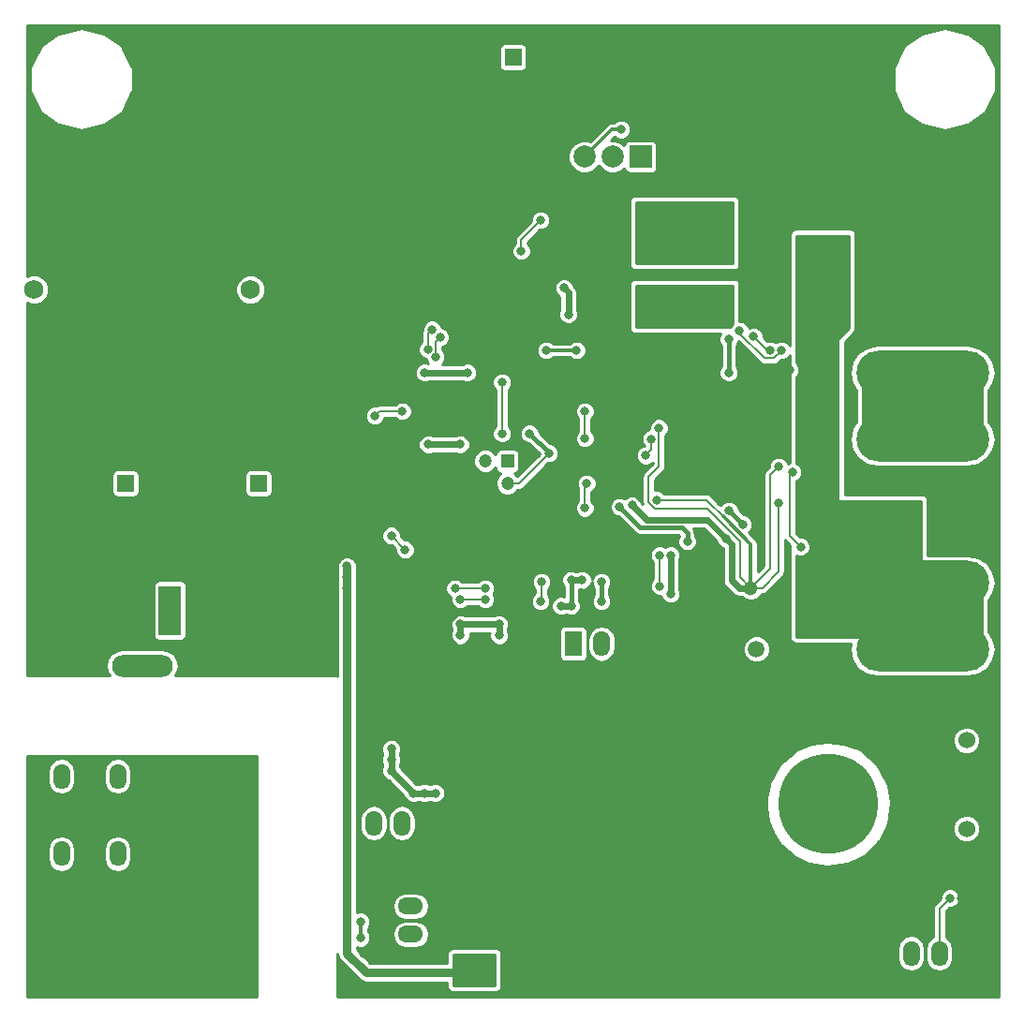
<source format=gbl>
G04 #@! TF.FileFunction,Copper,L2,Bot,Signal*
%FSLAX46Y46*%
G04 Gerber Fmt 4.6, Leading zero omitted, Abs format (unit mm)*
G04 Created by KiCad (PCBNEW (2015-09-14 BZR 5783, Git e27fa50)-product) date Sat 19 Sep 2015 09:51:44 PM EDT*
%MOMM*%
G01*
G04 APERTURE LIST*
%ADD10C,0.100000*%
%ADD11C,0.800000*%
%ADD12O,12.000000X4.000000*%
%ADD13R,1.200000X1.200000*%
%ADD14C,1.200000*%
%ADD15C,1.300000*%
%ADD16C,1.500000*%
%ADD17C,1.998980*%
%ADD18R,1.998980X1.998980*%
%ADD19O,2.286000X1.524000*%
%ADD20R,2.000000X4.500000*%
%ADD21O,2.000000X5.000000*%
%ADD22O,5.500000X2.000000*%
%ADD23C,1.750000*%
%ADD24C,9.000000*%
%ADD25C,1.000000*%
%ADD26R,1.524000X1.524000*%
%ADD27C,1.524000*%
%ADD28R,1.524000X2.286000*%
%ADD29O,1.524000X2.286000*%
%ADD30R,3.400000X1.250000*%
%ADD31C,0.600000*%
%ADD32C,0.200000*%
%ADD33C,0.300000*%
%ADD34C,0.400000*%
%ADD35C,0.800000*%
%ADD36C,0.254000*%
G04 APERTURE END LIST*
D10*
D11*
X58750000Y-22250000D03*
X58000000Y-21750000D03*
X58750000Y-21250000D03*
X31000000Y-17000000D03*
X31000000Y-18000000D03*
X31000000Y-19000000D03*
X30000000Y-18500000D03*
X32000000Y-18500000D03*
D12*
X82000000Y-32500000D03*
X82000000Y-38500000D03*
X82000000Y-57500000D03*
X82000000Y-51500000D03*
D11*
X42500000Y-47000000D03*
X43500000Y-48000000D03*
X44500000Y-47000000D03*
X43500000Y-46000000D03*
X43500000Y-47000000D03*
D13*
X44500000Y-40500000D03*
D14*
X42500000Y-40500000D03*
X44500000Y-42500000D03*
X42500000Y-42500000D03*
D11*
X61000000Y-75500000D03*
X62000000Y-73000000D03*
X61000000Y-72500000D03*
X61000000Y-74500000D03*
X62000000Y-72000000D03*
X61000000Y-71500000D03*
X61000000Y-73500000D03*
X62000000Y-71000000D03*
X61000000Y-70500000D03*
X59000000Y-27500000D03*
X58000000Y-27500000D03*
X58750000Y-18500000D03*
X58750000Y-17500000D03*
X58000000Y-18000000D03*
D15*
X66500000Y-51960029D03*
D16*
X67000000Y-57500000D03*
D11*
X20500000Y-86000000D03*
X20500000Y-85000000D03*
X19500000Y-85500000D03*
X19500000Y-86500000D03*
X16000000Y-73500000D03*
X16000000Y-75500000D03*
X18500000Y-80500000D03*
X18500000Y-81500000D03*
X17500000Y-81500000D03*
D17*
X54000000Y-13000000D03*
D18*
X56540000Y-13000000D03*
D17*
X51460000Y-13000000D03*
D19*
X35750000Y-83270000D03*
X35750000Y-80730000D03*
D11*
X17500000Y-80500000D03*
X32250000Y-84500000D03*
X32250000Y-85500000D03*
X31500000Y-85000000D03*
X32000000Y-78500000D03*
X33000000Y-80000000D03*
D16*
X43500000Y-68000000D03*
D20*
X14000000Y-54000000D03*
D21*
X8000000Y-54000000D03*
D22*
X11500000Y-59000000D03*
D16*
X57250000Y-4750000D03*
D11*
X31500000Y-23000000D03*
X31000000Y-15750000D03*
X31000000Y-14750000D03*
D16*
X67500000Y-78500000D03*
D11*
X31750000Y-29500000D03*
X32500000Y-50500000D03*
X31500000Y-68750000D03*
X31500000Y-66750000D03*
X31500000Y-65000000D03*
X37000000Y-64500000D03*
X39000000Y-63000000D03*
X45500000Y-67000000D03*
X43500000Y-66000000D03*
X45500000Y-69000000D03*
X70000000Y-62500000D03*
X30000000Y-52000000D03*
X30000000Y-51000000D03*
X30000000Y-50000000D03*
X63500000Y-55250000D03*
X62500000Y-54750000D03*
X61500000Y-55250000D03*
X60500000Y-54750000D03*
X63500000Y-54250000D03*
X62500000Y-53750000D03*
X61500000Y-54250000D03*
X60500000Y-53750000D03*
X64500000Y-53750000D03*
X61500000Y-53250000D03*
X64500000Y-54750000D03*
X59000000Y-77500000D03*
X58000000Y-78000000D03*
X57000000Y-77500000D03*
X59000000Y-76500000D03*
X58000000Y-77000000D03*
X57000000Y-76500000D03*
X59000000Y-75500000D03*
X58000000Y-76000000D03*
X57000000Y-75500000D03*
X59000000Y-74500000D03*
X58000000Y-75000000D03*
X57000000Y-74500000D03*
X59000000Y-73500000D03*
X58000000Y-74000000D03*
X40750000Y-75500000D03*
X38750000Y-75500000D03*
X39750000Y-76000000D03*
X38750000Y-76500000D03*
X39750000Y-77000000D03*
X53750000Y-83750000D03*
X52750000Y-84250000D03*
X53750000Y-82750000D03*
X52750000Y-83250000D03*
X62000000Y-84500000D03*
X62000000Y-83500000D03*
X69750000Y-87500000D03*
X70750000Y-87500000D03*
X63250000Y-84000000D03*
X71750000Y-87500000D03*
X62000000Y-85500000D03*
X63250000Y-85000000D03*
X72500000Y-85000000D03*
X75500000Y-85000000D03*
X76000000Y-83250000D03*
X74500000Y-85000000D03*
X73500000Y-85000000D03*
X68750000Y-87500000D03*
X66000000Y-86500000D03*
X66750000Y-87500000D03*
X72000000Y-86500000D03*
X67750000Y-87500000D03*
X69000000Y-86500000D03*
X65000000Y-86000000D03*
X64000000Y-86500000D03*
X63000000Y-86000000D03*
X59000000Y-81000000D03*
X58000000Y-81500000D03*
X58000000Y-80500000D03*
X57000000Y-73500000D03*
X55500000Y-81250000D03*
X54500000Y-80750000D03*
X55500000Y-80250000D03*
X54500000Y-79750000D03*
X46500000Y-83250000D03*
X45500000Y-83250000D03*
X46750000Y-81750000D03*
X47750000Y-81250000D03*
X47250000Y-82500000D03*
X42500000Y-86750000D03*
X41500000Y-87250000D03*
X40500000Y-86750000D03*
X42500000Y-85750000D03*
X41500000Y-86250000D03*
X40500000Y-85750000D03*
X82500000Y-55250000D03*
X80500000Y-55250000D03*
X83500000Y-54750000D03*
X82500000Y-54250000D03*
X81500000Y-54750000D03*
X80500000Y-54250000D03*
X83500000Y-53750000D03*
X81500000Y-53750000D03*
X74500000Y-23500000D03*
X73500000Y-23000000D03*
X72500000Y-23500000D03*
X71500000Y-23000000D03*
X74500000Y-22500000D03*
X73500000Y-22000000D03*
X72500000Y-22500000D03*
X71500000Y-22000000D03*
X74500000Y-21500000D03*
X73500000Y-21000000D03*
X72500000Y-21500000D03*
X71500000Y-21000000D03*
X13000000Y-27500000D03*
X11000000Y-28500000D03*
X9000000Y-27500000D03*
X15000000Y-26500000D03*
X13000000Y-25500000D03*
X11000000Y-26500000D03*
X9000000Y-25500000D03*
X15000000Y-24500000D03*
X13000000Y-23500000D03*
X11000000Y-24500000D03*
X9000000Y-23500000D03*
X15000000Y-22500000D03*
X13000000Y-21500000D03*
X11000000Y-22500000D03*
X9000000Y-21500000D03*
X27500000Y-36000000D03*
X26500000Y-36500000D03*
X32000000Y-21500000D03*
X30000000Y-21500000D03*
X31000000Y-21000000D03*
X30000000Y-19500000D03*
X30000000Y-20500000D03*
X32000000Y-20500000D03*
X31000000Y-20000000D03*
X32000000Y-19500000D03*
X26000000Y-15000000D03*
X25000000Y-15500000D03*
X24000000Y-15000000D03*
X24000000Y-16000000D03*
X23000000Y-15500000D03*
X23000000Y-14500000D03*
X26000000Y-16000000D03*
X25000000Y-14500000D03*
X26000000Y-10000000D03*
X25000000Y-10500000D03*
X24000000Y-10000000D03*
X24000000Y-11000000D03*
X23000000Y-10500000D03*
X23000000Y-9500000D03*
X26000000Y-11000000D03*
X25000000Y-9500000D03*
X32000000Y-12500000D03*
X32000000Y-13500000D03*
X32000000Y-17500000D03*
X33000000Y-18000000D03*
X33000000Y-15000000D03*
X32000000Y-14500000D03*
X33000000Y-16000000D03*
X32000000Y-16500000D03*
X32000000Y-15500000D03*
X33000000Y-17000000D03*
X25500000Y-41000000D03*
X27500000Y-41000000D03*
X27500000Y-35000000D03*
X27500000Y-34000000D03*
X26500000Y-35500000D03*
X25500000Y-36000000D03*
X27500000Y-33000000D03*
X26500000Y-38500000D03*
X25500000Y-39000000D03*
X25500000Y-38000000D03*
X26500000Y-37500000D03*
X25500000Y-37000000D03*
X28500000Y-34500000D03*
X27500000Y-37000000D03*
X28500000Y-39500000D03*
X27500000Y-38000000D03*
X27500000Y-39000000D03*
X28500000Y-35500000D03*
X26500000Y-39500000D03*
X28500000Y-40500000D03*
X27500000Y-40000000D03*
X25500000Y-40000000D03*
X26500000Y-40500000D03*
X29000000Y-23500000D03*
X29000000Y-25500000D03*
X29000000Y-24500000D03*
X30000000Y-24000000D03*
X30000000Y-25000000D03*
X33000000Y-11000000D03*
X33000000Y-10000000D03*
X33000000Y-9000000D03*
X32000000Y-11500000D03*
X32000000Y-10500000D03*
X30000000Y-17000000D03*
X29000000Y-16500000D03*
X28000000Y-17000000D03*
X27000000Y-16500000D03*
X30000000Y-16000000D03*
X29000000Y-15500000D03*
X28000000Y-16000000D03*
X27000000Y-15500000D03*
X30000000Y-15000000D03*
X29000000Y-14500000D03*
X28000000Y-15000000D03*
X27000000Y-14500000D03*
X30000000Y-14000000D03*
X29000000Y-13500000D03*
X28000000Y-14000000D03*
X27000000Y-13500000D03*
D23*
X21279000Y-25000000D03*
X1721000Y-25000000D03*
D24*
X73500000Y-71500000D03*
D25*
X76500000Y-71500000D03*
X75000000Y-74100000D03*
X72000000Y-74100000D03*
X70500000Y-71500000D03*
X72000000Y-68900000D03*
X75000000Y-68900000D03*
D26*
X9999360Y-42500000D03*
D27*
X5000640Y-42500000D03*
D26*
X86000000Y-68270000D03*
D27*
X86000000Y-65730000D03*
D26*
X86000000Y-76270000D03*
D27*
X86000000Y-73730000D03*
D28*
X86080000Y-85000000D03*
D29*
X83540000Y-85000000D03*
X81000000Y-85000000D03*
D28*
X50460000Y-57000000D03*
D29*
X53000000Y-57000000D03*
X55540000Y-57000000D03*
D26*
X45000000Y-4000640D03*
D27*
X45000000Y-8999360D03*
D28*
X11810000Y-69000000D03*
D29*
X9270000Y-69000000D03*
X6730000Y-69000000D03*
X4190000Y-69000000D03*
D28*
X11810000Y-76000000D03*
D29*
X9270000Y-76000000D03*
X6730000Y-76000000D03*
X4190000Y-76000000D03*
D28*
X37500000Y-73250000D03*
D29*
X34960000Y-73250000D03*
X32420000Y-73250000D03*
D26*
X22000640Y-42500000D03*
D27*
X26999360Y-42500000D03*
D30*
X58000000Y-26050000D03*
X58000000Y-19950000D03*
X63000000Y-26050000D03*
X63000000Y-19950000D03*
D11*
X47000000Y-46500000D03*
X69999998Y-32250000D03*
X63750000Y-39250000D03*
X37000000Y-43500000D03*
X37000000Y-51500000D03*
X46500000Y-35250000D03*
X40242133Y-48992133D03*
X37500000Y-56000000D03*
X37000000Y-54000000D03*
X35500000Y-59000000D03*
X45000000Y-18734962D03*
X42750000Y-20519992D03*
X21000000Y-55000000D03*
X51750000Y-32500000D03*
X63750000Y-44250000D03*
X66750000Y-34500000D03*
X31750000Y-25250000D03*
X33000000Y-34250000D03*
X50250000Y-38404980D03*
X43750000Y-28000000D03*
X85500000Y-80000000D03*
X35257867Y-48507867D03*
X33992133Y-47242133D03*
X54780337Y-10530337D03*
X37700000Y-28600000D03*
X37300000Y-30400000D03*
X43750000Y-56250000D03*
X40250000Y-56250000D03*
X51250000Y-51250000D03*
X49327162Y-53590020D03*
X43750000Y-55250000D03*
X46500000Y-38000000D03*
X48250000Y-39795010D03*
X40250000Y-55250000D03*
X50250000Y-53590020D03*
X50250000Y-51250000D03*
X40250000Y-39000000D03*
X37304990Y-39000000D03*
X59250000Y-48999998D03*
X59250000Y-52500000D03*
X62020002Y-27500000D03*
X63979998Y-27500000D03*
X63000000Y-27500000D03*
X58250000Y-51795010D03*
X58250000Y-49000000D03*
X64500000Y-29500000D03*
X64500000Y-32500000D03*
X50000000Y-27250000D03*
X40900050Y-32500000D03*
X49608805Y-24858805D03*
X37000000Y-32500000D03*
X64526802Y-44973198D03*
X65776802Y-46223198D03*
X53000000Y-51409979D03*
X53000000Y-53195010D03*
X60750000Y-47750000D03*
X54633554Y-44633554D03*
X34000000Y-66500000D03*
X34000000Y-67504433D03*
X37996411Y-70500000D03*
X36977905Y-70500000D03*
X34000000Y-68500000D03*
X36000000Y-70500000D03*
X69000000Y-41000000D03*
X55750000Y-44500000D03*
X58195020Y-37500000D03*
X64250000Y-47500000D03*
X58000000Y-44000000D03*
X69000000Y-44299990D03*
X6250000Y-83000000D03*
X69261284Y-30499812D03*
X65484673Y-28704990D03*
X45750000Y-21530351D03*
X47500000Y-18734962D03*
X48000000Y-30500000D03*
X50750000Y-30500000D03*
X57000000Y-40000000D03*
X57500000Y-38500000D03*
X38407108Y-29307108D03*
X38007108Y-31107108D03*
X66750000Y-29250000D03*
X68266421Y-30516421D03*
X51500000Y-35999996D03*
X51500000Y-38445010D03*
X44000000Y-38000000D03*
X44000000Y-33395010D03*
X47500000Y-53195010D03*
X47590020Y-51409979D03*
X35000000Y-36000000D03*
X32512193Y-36400000D03*
X39750000Y-52000000D03*
X42500000Y-52000000D03*
X31250000Y-82114999D03*
X31250000Y-83615019D03*
X70999994Y-48250000D03*
X70250000Y-41500000D03*
X51500000Y-44750000D03*
X51659322Y-42539830D03*
X42500000Y-53000000D03*
X40250000Y-53000000D03*
X84500000Y-80000000D03*
D31*
X69999998Y-32250000D02*
X69250000Y-32250000D01*
X63000000Y-19950000D02*
X58000000Y-19950000D01*
D32*
X33992133Y-47242133D02*
X35257867Y-48507867D01*
X37700000Y-28600000D02*
X37300000Y-29000000D01*
X37300000Y-29000000D02*
X37300000Y-30400000D01*
D33*
X54780337Y-10530337D02*
X53929663Y-10530337D01*
X53929663Y-10530337D02*
X53710000Y-10750000D01*
X53710000Y-10750000D02*
X51460000Y-13000000D01*
D31*
X43750000Y-55250000D02*
X43750000Y-56250000D01*
X40250000Y-55250000D02*
X40250000Y-56250000D01*
X50250000Y-51250000D02*
X51250000Y-51250000D01*
X50250000Y-53590020D02*
X49327162Y-53590020D01*
D32*
X44500000Y-42500000D02*
X45545010Y-42500000D01*
X45545010Y-42500000D02*
X48250000Y-39795010D01*
D34*
X48250000Y-39795010D02*
X48250000Y-39750000D01*
X48250000Y-39750000D02*
X46500000Y-38000000D01*
D31*
X43750000Y-55250000D02*
X40250000Y-55250000D01*
D34*
X50250000Y-51250000D02*
X50250000Y-53590020D01*
D31*
X40250000Y-39000000D02*
X37304990Y-39000000D01*
X59250000Y-52500000D02*
X59250000Y-48999998D01*
X59249998Y-52499998D02*
X59250000Y-52500000D01*
D32*
X63000000Y-27500000D02*
X62020002Y-27500000D01*
X63000000Y-26050000D02*
X63000000Y-27500000D01*
X58250000Y-49000000D02*
X58250000Y-51795010D01*
D34*
X64500000Y-32500000D02*
X64500000Y-29500000D01*
D31*
X49608805Y-24858805D02*
X50000000Y-25250000D01*
X50000000Y-25250000D02*
X50000000Y-27250000D01*
X37000000Y-32500000D02*
X40900050Y-32500000D01*
D35*
X30000000Y-85000000D02*
X31750000Y-86750000D01*
X31750000Y-86750000D02*
X40500000Y-86750000D01*
X30000000Y-50000000D02*
X30000000Y-85000000D01*
D34*
X65776802Y-46223198D02*
X64526802Y-44973198D01*
X53000000Y-53195010D02*
X53000000Y-51409979D01*
X60250000Y-46500000D02*
X60750000Y-47000000D01*
X60750000Y-47000000D02*
X60750000Y-47750000D01*
X56500000Y-46500000D02*
X60250000Y-46500000D01*
X54633554Y-44633554D02*
X56500000Y-46500000D01*
D31*
X34000000Y-67504433D02*
X34000000Y-66500000D01*
X34000000Y-68500000D02*
X34000000Y-67504433D01*
X36977905Y-70500000D02*
X37996411Y-70500000D01*
X36000000Y-70500000D02*
X36977905Y-70500000D01*
X36000000Y-70500000D02*
X34000000Y-68500000D01*
D32*
X69000000Y-50500000D02*
X67539971Y-51960029D01*
X67539971Y-51960029D02*
X66500000Y-51960029D01*
X69000000Y-44299990D02*
X69000000Y-50500000D01*
X68250000Y-41750000D02*
X68250000Y-50210029D01*
X68250000Y-50210029D02*
X66500000Y-51960029D01*
X69000000Y-41000000D02*
X68250000Y-41750000D01*
D31*
X57042448Y-45792448D02*
X55750000Y-44500000D01*
X62542448Y-45792448D02*
X57042448Y-45792448D01*
X64250000Y-47500000D02*
X62542448Y-45792448D01*
D32*
X57250000Y-44250000D02*
X57250000Y-41945877D01*
X66500000Y-51960029D02*
X65500000Y-50960029D01*
X65500000Y-50960029D02*
X65500000Y-47750000D01*
X65500000Y-47750000D02*
X62586333Y-44836333D01*
X57836333Y-44836333D02*
X57250000Y-44250000D01*
X57250000Y-41945877D02*
X58195020Y-41000857D01*
X58195020Y-41000857D02*
X58195020Y-37500000D01*
X62586333Y-44836333D02*
X57836333Y-44836333D01*
D31*
X64750000Y-51278828D02*
X65431201Y-51960029D01*
X65431201Y-51960029D02*
X66500000Y-51960029D01*
X64750000Y-48000000D02*
X64750000Y-51278828D01*
X64250000Y-47500000D02*
X64750000Y-48000000D01*
D33*
X64000000Y-45500000D02*
X64229221Y-45729221D01*
X64229221Y-45729221D02*
X66500000Y-48000000D01*
D32*
X58000000Y-44000000D02*
X62500000Y-44000000D01*
X62500000Y-44000000D02*
X64229221Y-45729221D01*
D33*
X66500000Y-48000000D02*
X66500000Y-51960029D01*
D32*
X58000000Y-44000000D02*
X58750000Y-44000000D01*
D33*
X66500000Y-51960029D02*
X66500000Y-52250000D01*
D32*
X65484673Y-28704990D02*
X65484673Y-28984673D01*
X65484673Y-28984673D02*
X67711422Y-31211422D01*
X67711422Y-31211422D02*
X68600022Y-31211422D01*
X68600022Y-31211422D02*
X69261284Y-30550160D01*
X69261284Y-30550160D02*
X69261284Y-30499812D01*
X47500000Y-18734962D02*
X45750000Y-20484962D01*
X45750000Y-20484962D02*
X45750000Y-21530351D01*
D33*
X50750000Y-30500000D02*
X48000000Y-30500000D01*
D32*
X57500000Y-39500000D02*
X57000000Y-40000000D01*
X57500000Y-38500000D02*
X57500000Y-39500000D01*
X38000000Y-29714216D02*
X38000000Y-31100000D01*
X38000000Y-31100000D02*
X38007108Y-31107108D01*
X38407108Y-29307108D02*
X38000000Y-29714216D01*
X68016421Y-30516421D02*
X66750000Y-29250000D01*
X68266421Y-30516421D02*
X68016421Y-30516421D01*
X51500000Y-35999996D02*
X51500000Y-38445010D01*
X44000000Y-38000000D02*
X44000000Y-33395010D01*
X47590020Y-51409979D02*
X47590020Y-53104990D01*
X47590020Y-53104990D02*
X47500000Y-53195010D01*
X32512193Y-36400000D02*
X32912193Y-36000000D01*
X32912193Y-36000000D02*
X35000000Y-36000000D01*
X42500000Y-52000000D02*
X39750000Y-52000000D01*
D33*
X31250000Y-83615019D02*
X31250000Y-82114999D01*
D32*
X70250000Y-41500000D02*
X70000000Y-41750000D01*
X70000000Y-41750000D02*
X70000000Y-47250000D01*
X70000000Y-47250000D02*
X70999994Y-48249994D01*
X70999994Y-48249994D02*
X70999994Y-48250000D01*
X51500000Y-44750000D02*
X51500000Y-42699152D01*
X51500000Y-42699152D02*
X51659322Y-42539830D01*
X40250000Y-53000000D02*
X42500000Y-53000000D01*
X84500000Y-80000000D02*
X83540000Y-80960000D01*
X83540000Y-80960000D02*
X83540000Y-85000000D01*
D36*
G36*
X21873000Y-88873000D02*
X1127000Y-88873000D01*
X1127000Y-75587262D01*
X2951000Y-75587262D01*
X2951000Y-76412738D01*
X3045313Y-76886883D01*
X3313895Y-77288843D01*
X3715855Y-77557425D01*
X4190000Y-77651738D01*
X4664145Y-77557425D01*
X5066105Y-77288843D01*
X5334687Y-76886883D01*
X5429000Y-76412738D01*
X5429000Y-75587262D01*
X8031000Y-75587262D01*
X8031000Y-76412738D01*
X8125313Y-76886883D01*
X8393895Y-77288843D01*
X8795855Y-77557425D01*
X9270000Y-77651738D01*
X9744145Y-77557425D01*
X10146105Y-77288843D01*
X10414687Y-76886883D01*
X10509000Y-76412738D01*
X10509000Y-75587262D01*
X10414687Y-75113117D01*
X10146105Y-74711157D01*
X9744145Y-74442575D01*
X9270000Y-74348262D01*
X8795855Y-74442575D01*
X8393895Y-74711157D01*
X8125313Y-75113117D01*
X8031000Y-75587262D01*
X5429000Y-75587262D01*
X5334687Y-75113117D01*
X5066105Y-74711157D01*
X4664145Y-74442575D01*
X4190000Y-74348262D01*
X3715855Y-74442575D01*
X3313895Y-74711157D01*
X3045313Y-75113117D01*
X2951000Y-75587262D01*
X1127000Y-75587262D01*
X1127000Y-68587262D01*
X2951000Y-68587262D01*
X2951000Y-69412738D01*
X3045313Y-69886883D01*
X3313895Y-70288843D01*
X3715855Y-70557425D01*
X4190000Y-70651738D01*
X4664145Y-70557425D01*
X5066105Y-70288843D01*
X5334687Y-69886883D01*
X5429000Y-69412738D01*
X5429000Y-68587262D01*
X8031000Y-68587262D01*
X8031000Y-69412738D01*
X8125313Y-69886883D01*
X8393895Y-70288843D01*
X8795855Y-70557425D01*
X9270000Y-70651738D01*
X9744145Y-70557425D01*
X10146105Y-70288843D01*
X10414687Y-69886883D01*
X10509000Y-69412738D01*
X10509000Y-68587262D01*
X10414687Y-68113117D01*
X10146105Y-67711157D01*
X9744145Y-67442575D01*
X9270000Y-67348262D01*
X8795855Y-67442575D01*
X8393895Y-67711157D01*
X8125313Y-68113117D01*
X8031000Y-68587262D01*
X5429000Y-68587262D01*
X5334687Y-68113117D01*
X5066105Y-67711157D01*
X4664145Y-67442575D01*
X4190000Y-67348262D01*
X3715855Y-67442575D01*
X3313895Y-67711157D01*
X3045313Y-68113117D01*
X2951000Y-68587262D01*
X1127000Y-68587262D01*
X1127000Y-67127000D01*
X21873000Y-67127000D01*
X21873000Y-88873000D01*
X21873000Y-88873000D01*
G37*
X21873000Y-88873000D02*
X1127000Y-88873000D01*
X1127000Y-75587262D01*
X2951000Y-75587262D01*
X2951000Y-76412738D01*
X3045313Y-76886883D01*
X3313895Y-77288843D01*
X3715855Y-77557425D01*
X4190000Y-77651738D01*
X4664145Y-77557425D01*
X5066105Y-77288843D01*
X5334687Y-76886883D01*
X5429000Y-76412738D01*
X5429000Y-75587262D01*
X8031000Y-75587262D01*
X8031000Y-76412738D01*
X8125313Y-76886883D01*
X8393895Y-77288843D01*
X8795855Y-77557425D01*
X9270000Y-77651738D01*
X9744145Y-77557425D01*
X10146105Y-77288843D01*
X10414687Y-76886883D01*
X10509000Y-76412738D01*
X10509000Y-75587262D01*
X10414687Y-75113117D01*
X10146105Y-74711157D01*
X9744145Y-74442575D01*
X9270000Y-74348262D01*
X8795855Y-74442575D01*
X8393895Y-74711157D01*
X8125313Y-75113117D01*
X8031000Y-75587262D01*
X5429000Y-75587262D01*
X5334687Y-75113117D01*
X5066105Y-74711157D01*
X4664145Y-74442575D01*
X4190000Y-74348262D01*
X3715855Y-74442575D01*
X3313895Y-74711157D01*
X3045313Y-75113117D01*
X2951000Y-75587262D01*
X1127000Y-75587262D01*
X1127000Y-68587262D01*
X2951000Y-68587262D01*
X2951000Y-69412738D01*
X3045313Y-69886883D01*
X3313895Y-70288843D01*
X3715855Y-70557425D01*
X4190000Y-70651738D01*
X4664145Y-70557425D01*
X5066105Y-70288843D01*
X5334687Y-69886883D01*
X5429000Y-69412738D01*
X5429000Y-68587262D01*
X8031000Y-68587262D01*
X8031000Y-69412738D01*
X8125313Y-69886883D01*
X8393895Y-70288843D01*
X8795855Y-70557425D01*
X9270000Y-70651738D01*
X9744145Y-70557425D01*
X10146105Y-70288843D01*
X10414687Y-69886883D01*
X10509000Y-69412738D01*
X10509000Y-68587262D01*
X10414687Y-68113117D01*
X10146105Y-67711157D01*
X9744145Y-67442575D01*
X9270000Y-67348262D01*
X8795855Y-67442575D01*
X8393895Y-67711157D01*
X8125313Y-68113117D01*
X8031000Y-68587262D01*
X5429000Y-68587262D01*
X5334687Y-68113117D01*
X5066105Y-67711157D01*
X4664145Y-67442575D01*
X4190000Y-67348262D01*
X3715855Y-67442575D01*
X3313895Y-67711157D01*
X3045313Y-68113117D01*
X2951000Y-68587262D01*
X1127000Y-68587262D01*
X1127000Y-67127000D01*
X21873000Y-67127000D01*
X21873000Y-88873000D01*
G36*
X75373000Y-28447394D02*
X74410197Y-29410197D01*
X74382334Y-29452211D01*
X74373000Y-29500000D01*
X74373000Y-44000000D01*
X74383006Y-44049410D01*
X74411447Y-44091035D01*
X74453841Y-44118315D01*
X74500000Y-44127000D01*
X81873000Y-44127000D01*
X81873000Y-50000000D01*
X81883006Y-50049410D01*
X81902436Y-50081303D01*
X84373000Y-53045980D01*
X84373000Y-56373000D01*
X70627000Y-56373000D01*
X70627000Y-49044721D01*
X70824783Y-49126847D01*
X71173675Y-49127151D01*
X71496125Y-48993918D01*
X71743045Y-48747429D01*
X71876841Y-48425211D01*
X71877145Y-48076319D01*
X71743912Y-47753869D01*
X71497423Y-47506949D01*
X71175205Y-47373153D01*
X70938949Y-47372947D01*
X70627000Y-47060998D01*
X70627000Y-42293142D01*
X70746131Y-42243918D01*
X70993051Y-41997429D01*
X71126847Y-41675211D01*
X71127151Y-41326319D01*
X70993918Y-41003869D01*
X70747429Y-40756949D01*
X70627000Y-40706943D01*
X70627000Y-32863275D01*
X70743049Y-32747429D01*
X70876845Y-32425211D01*
X70877149Y-32076319D01*
X70743916Y-31753869D01*
X70627000Y-31636749D01*
X70627000Y-20127000D01*
X75373000Y-20127000D01*
X75373000Y-28447394D01*
X75373000Y-28447394D01*
G37*
X75373000Y-28447394D02*
X74410197Y-29410197D01*
X74382334Y-29452211D01*
X74373000Y-29500000D01*
X74373000Y-44000000D01*
X74383006Y-44049410D01*
X74411447Y-44091035D01*
X74453841Y-44118315D01*
X74500000Y-44127000D01*
X81873000Y-44127000D01*
X81873000Y-50000000D01*
X81883006Y-50049410D01*
X81902436Y-50081303D01*
X84373000Y-53045980D01*
X84373000Y-56373000D01*
X70627000Y-56373000D01*
X70627000Y-49044721D01*
X70824783Y-49126847D01*
X71173675Y-49127151D01*
X71496125Y-48993918D01*
X71743045Y-48747429D01*
X71876841Y-48425211D01*
X71877145Y-48076319D01*
X71743912Y-47753869D01*
X71497423Y-47506949D01*
X71175205Y-47373153D01*
X70938949Y-47372947D01*
X70627000Y-47060998D01*
X70627000Y-42293142D01*
X70746131Y-42243918D01*
X70993051Y-41997429D01*
X71126847Y-41675211D01*
X71127151Y-41326319D01*
X70993918Y-41003869D01*
X70747429Y-40756949D01*
X70627000Y-40706943D01*
X70627000Y-32863275D01*
X70743049Y-32747429D01*
X70876845Y-32425211D01*
X70877149Y-32076319D01*
X70743916Y-31753869D01*
X70627000Y-31636749D01*
X70627000Y-20127000D01*
X75373000Y-20127000D01*
X75373000Y-28447394D01*
G36*
X88873000Y-88873000D02*
X29127000Y-88873000D01*
X29127000Y-85020109D01*
X29189758Y-85335613D01*
X29379867Y-85620133D01*
X31129865Y-87370130D01*
X31129867Y-87370133D01*
X31324068Y-87499893D01*
X31414387Y-87560242D01*
X31750000Y-87627001D01*
X31750005Y-87627000D01*
X39023000Y-87627000D01*
X39023000Y-88000000D01*
X39055622Y-88173369D01*
X39158083Y-88332598D01*
X39314420Y-88439419D01*
X39500000Y-88477000D01*
X43500000Y-88477000D01*
X43673369Y-88444378D01*
X43832598Y-88341917D01*
X43939419Y-88185580D01*
X43977000Y-88000000D01*
X43977000Y-85000000D01*
X43944378Y-84826631D01*
X43841917Y-84667402D01*
X43724629Y-84587262D01*
X79761000Y-84587262D01*
X79761000Y-85412738D01*
X79855313Y-85886883D01*
X80123895Y-86288843D01*
X80525855Y-86557425D01*
X81000000Y-86651738D01*
X81474145Y-86557425D01*
X81876105Y-86288843D01*
X82144687Y-85886883D01*
X82239000Y-85412738D01*
X82239000Y-84587262D01*
X82301000Y-84587262D01*
X82301000Y-85412738D01*
X82395313Y-85886883D01*
X82663895Y-86288843D01*
X83065855Y-86557425D01*
X83540000Y-86651738D01*
X84014145Y-86557425D01*
X84416105Y-86288843D01*
X84684687Y-85886883D01*
X84779000Y-85412738D01*
X84779000Y-84587262D01*
X84684687Y-84113117D01*
X84416105Y-83711157D01*
X84117000Y-83511301D01*
X84117000Y-81199002D01*
X84439055Y-80876947D01*
X84673681Y-80877151D01*
X84996131Y-80743918D01*
X85243051Y-80497429D01*
X85376847Y-80175211D01*
X85377151Y-79826319D01*
X85243918Y-79503869D01*
X84997429Y-79256949D01*
X84675211Y-79123153D01*
X84326319Y-79122849D01*
X84003869Y-79256082D01*
X83756949Y-79502571D01*
X83623153Y-79824789D01*
X83622947Y-80061051D01*
X83131999Y-80551999D01*
X83006922Y-80739192D01*
X82962999Y-80960000D01*
X82963000Y-80960005D01*
X82963000Y-83511301D01*
X82663895Y-83711157D01*
X82395313Y-84113117D01*
X82301000Y-84587262D01*
X82239000Y-84587262D01*
X82144687Y-84113117D01*
X81876105Y-83711157D01*
X81474145Y-83442575D01*
X81000000Y-83348262D01*
X80525855Y-83442575D01*
X80123895Y-83711157D01*
X79855313Y-84113117D01*
X79761000Y-84587262D01*
X43724629Y-84587262D01*
X43685580Y-84560581D01*
X43500000Y-84523000D01*
X39500000Y-84523000D01*
X39326631Y-84555622D01*
X39167402Y-84658083D01*
X39060581Y-84814420D01*
X39023000Y-85000000D01*
X39023000Y-85873000D01*
X32113265Y-85873000D01*
X30877000Y-84636734D01*
X30877000Y-84409737D01*
X31074789Y-84491866D01*
X31423681Y-84492170D01*
X31746131Y-84358937D01*
X31993051Y-84112448D01*
X32126847Y-83790230D01*
X32127151Y-83441338D01*
X32056356Y-83270000D01*
X34098262Y-83270000D01*
X34192575Y-83744145D01*
X34461157Y-84146105D01*
X34863117Y-84414687D01*
X35337262Y-84509000D01*
X36162738Y-84509000D01*
X36636883Y-84414687D01*
X37038843Y-84146105D01*
X37307425Y-83744145D01*
X37401738Y-83270000D01*
X37307425Y-82795855D01*
X37038843Y-82393895D01*
X36636883Y-82125313D01*
X36162738Y-82031000D01*
X35337262Y-82031000D01*
X34863117Y-82125313D01*
X34461157Y-82393895D01*
X34192575Y-82795855D01*
X34098262Y-83270000D01*
X32056356Y-83270000D01*
X31993918Y-83118888D01*
X31877000Y-83001766D01*
X31877000Y-82728276D01*
X31993051Y-82612428D01*
X32126847Y-82290210D01*
X32127151Y-81941318D01*
X31993918Y-81618868D01*
X31747429Y-81371948D01*
X31425211Y-81238152D01*
X31076319Y-81237848D01*
X30877000Y-81320205D01*
X30877000Y-80730000D01*
X34098262Y-80730000D01*
X34192575Y-81204145D01*
X34461157Y-81606105D01*
X34863117Y-81874687D01*
X35337262Y-81969000D01*
X36162738Y-81969000D01*
X36636883Y-81874687D01*
X37038843Y-81606105D01*
X37307425Y-81204145D01*
X37401738Y-80730000D01*
X37307425Y-80255855D01*
X37038843Y-79853895D01*
X36636883Y-79585313D01*
X36162738Y-79491000D01*
X35337262Y-79491000D01*
X34863117Y-79585313D01*
X34461157Y-79853895D01*
X34192575Y-80255855D01*
X34098262Y-80730000D01*
X30877000Y-80730000D01*
X30877000Y-72837262D01*
X31181000Y-72837262D01*
X31181000Y-73662738D01*
X31275313Y-74136883D01*
X31543895Y-74538843D01*
X31945855Y-74807425D01*
X32420000Y-74901738D01*
X32894145Y-74807425D01*
X33296105Y-74538843D01*
X33564687Y-74136883D01*
X33659000Y-73662738D01*
X33659000Y-72837262D01*
X33721000Y-72837262D01*
X33721000Y-73662738D01*
X33815313Y-74136883D01*
X34083895Y-74538843D01*
X34485855Y-74807425D01*
X34960000Y-74901738D01*
X35434145Y-74807425D01*
X35836105Y-74538843D01*
X36104687Y-74136883D01*
X36199000Y-73662738D01*
X36199000Y-72837262D01*
X36104687Y-72363117D01*
X35836105Y-71961157D01*
X35434145Y-71692575D01*
X34960000Y-71598262D01*
X34485855Y-71692575D01*
X34083895Y-71961157D01*
X33815313Y-72363117D01*
X33721000Y-72837262D01*
X33659000Y-72837262D01*
X33564687Y-72363117D01*
X33296105Y-71961157D01*
X32894145Y-71692575D01*
X32420000Y-71598262D01*
X31945855Y-71692575D01*
X31543895Y-71961157D01*
X31275313Y-72363117D01*
X31181000Y-72837262D01*
X30877000Y-72837262D01*
X30877000Y-66673681D01*
X33122849Y-66673681D01*
X33223000Y-66916066D01*
X33223000Y-67088763D01*
X33123153Y-67329222D01*
X33122849Y-67678114D01*
X33223000Y-67920499D01*
X33223000Y-68084330D01*
X33123153Y-68324789D01*
X33122849Y-68673681D01*
X33256082Y-68996131D01*
X33502571Y-69243051D01*
X33744781Y-69343625D01*
X35156656Y-70755500D01*
X35256082Y-70996131D01*
X35502571Y-71243051D01*
X35824789Y-71376847D01*
X36173681Y-71377151D01*
X36416066Y-71277000D01*
X36562235Y-71277000D01*
X36802694Y-71376847D01*
X37151586Y-71377151D01*
X37393971Y-71277000D01*
X37580741Y-71277000D01*
X37821200Y-71376847D01*
X38170092Y-71377151D01*
X38492542Y-71243918D01*
X38736886Y-71000000D01*
X67873000Y-71000000D01*
X67873000Y-71800000D01*
X67874728Y-71820879D01*
X68074728Y-73020879D01*
X68082083Y-73047167D01*
X68482083Y-74047167D01*
X68494330Y-74070447D01*
X69294330Y-75270447D01*
X69318697Y-75297564D01*
X70518697Y-76297564D01*
X70543204Y-76313592D01*
X71743204Y-76913592D01*
X71784248Y-76926019D01*
X73384248Y-77126019D01*
X73414025Y-77126223D01*
X75214025Y-76926223D01*
X75256796Y-76913592D01*
X76856796Y-76113592D01*
X76889803Y-76089803D01*
X78089803Y-74889803D01*
X78113592Y-74856796D01*
X78554304Y-73975371D01*
X84760786Y-73975371D01*
X84949015Y-74430920D01*
X85297247Y-74779760D01*
X85752467Y-74968784D01*
X86245371Y-74969214D01*
X86700920Y-74780985D01*
X87049760Y-74432753D01*
X87238784Y-73977533D01*
X87239214Y-73484629D01*
X87050985Y-73029080D01*
X86702753Y-72680240D01*
X86247533Y-72491216D01*
X85754629Y-72490786D01*
X85299080Y-72679015D01*
X84950240Y-73027247D01*
X84761216Y-73482467D01*
X84760786Y-73975371D01*
X78554304Y-73975371D01*
X78913592Y-73256796D01*
X78926223Y-73214025D01*
X79126223Y-71414025D01*
X79126019Y-71384248D01*
X78926019Y-69784248D01*
X78911018Y-69738323D01*
X77911018Y-67938323D01*
X77883630Y-67904423D01*
X76283630Y-66504423D01*
X76234890Y-66477886D01*
X74834890Y-66077886D01*
X74817961Y-66074276D01*
X74125626Y-65975371D01*
X84760786Y-65975371D01*
X84949015Y-66430920D01*
X85297247Y-66779760D01*
X85752467Y-66968784D01*
X86245371Y-66969214D01*
X86700920Y-66780985D01*
X87049760Y-66432753D01*
X87238784Y-65977533D01*
X87239214Y-65484629D01*
X87050985Y-65029080D01*
X86702753Y-64680240D01*
X86247533Y-64491216D01*
X85754629Y-64490786D01*
X85299080Y-64679015D01*
X84950240Y-65027247D01*
X84761216Y-65482467D01*
X84760786Y-65975371D01*
X74125626Y-65975371D01*
X73417961Y-65874276D01*
X73382039Y-65874276D01*
X71982039Y-66074276D01*
X71949972Y-66083269D01*
X70549972Y-66683269D01*
X70517349Y-66703574D01*
X69117349Y-67903574D01*
X69089733Y-67936990D01*
X68289733Y-69336990D01*
X68276792Y-69369198D01*
X67876792Y-70969198D01*
X67873000Y-71000000D01*
X38736886Y-71000000D01*
X38739462Y-70997429D01*
X38873258Y-70675211D01*
X38873562Y-70326319D01*
X38740329Y-70003869D01*
X38493840Y-69756949D01*
X38171622Y-69623153D01*
X37822730Y-69622849D01*
X37580345Y-69723000D01*
X37393575Y-69723000D01*
X37153116Y-69623153D01*
X36804224Y-69622849D01*
X36561839Y-69723000D01*
X36415670Y-69723000D01*
X36255219Y-69656375D01*
X34843344Y-68244500D01*
X34777000Y-68083934D01*
X34777000Y-67920103D01*
X34876847Y-67679644D01*
X34877151Y-67330752D01*
X34777000Y-67088367D01*
X34777000Y-66915670D01*
X34876847Y-66675211D01*
X34877151Y-66326319D01*
X34743918Y-66003869D01*
X34497429Y-65756949D01*
X34175211Y-65623153D01*
X33826319Y-65622849D01*
X33503869Y-65756082D01*
X33256949Y-66002571D01*
X33123153Y-66324789D01*
X33122849Y-66673681D01*
X30877000Y-66673681D01*
X30877000Y-55423681D01*
X39372849Y-55423681D01*
X39473000Y-55666066D01*
X39473000Y-55834330D01*
X39373153Y-56074789D01*
X39372849Y-56423681D01*
X39506082Y-56746131D01*
X39752571Y-56993051D01*
X40074789Y-57126847D01*
X40423681Y-57127151D01*
X40746131Y-56993918D01*
X40993051Y-56747429D01*
X41126847Y-56425211D01*
X41127151Y-56076319D01*
X41106773Y-56027000D01*
X42892997Y-56027000D01*
X42873153Y-56074789D01*
X42872849Y-56423681D01*
X43006082Y-56746131D01*
X43252571Y-56993051D01*
X43574789Y-57126847D01*
X43923681Y-57127151D01*
X44246131Y-56993918D01*
X44493051Y-56747429D01*
X44626847Y-56425211D01*
X44627151Y-56076319D01*
X44536531Y-55857000D01*
X49211656Y-55857000D01*
X49211656Y-58143000D01*
X49244917Y-58319765D01*
X49349385Y-58482113D01*
X49508785Y-58591027D01*
X49698000Y-58629344D01*
X51222000Y-58629344D01*
X51398765Y-58596083D01*
X51561113Y-58491615D01*
X51670027Y-58332215D01*
X51708344Y-58143000D01*
X51708344Y-56587262D01*
X51761000Y-56587262D01*
X51761000Y-57412738D01*
X51855313Y-57886883D01*
X52123895Y-58288843D01*
X52525855Y-58557425D01*
X53000000Y-58651738D01*
X53474145Y-58557425D01*
X53876105Y-58288843D01*
X54144687Y-57886883D01*
X54173308Y-57742995D01*
X65772788Y-57742995D01*
X65959194Y-58194131D01*
X66304053Y-58539593D01*
X66754864Y-58726786D01*
X67242995Y-58727212D01*
X67694131Y-58540806D01*
X68039593Y-58195947D01*
X68226786Y-57745136D01*
X68227212Y-57257005D01*
X68040806Y-56805869D01*
X67695947Y-56460407D01*
X67245136Y-56273214D01*
X66757005Y-56272788D01*
X66305869Y-56459194D01*
X65960407Y-56804053D01*
X65773214Y-57254864D01*
X65772788Y-57742995D01*
X54173308Y-57742995D01*
X54239000Y-57412738D01*
X54239000Y-56587262D01*
X54144687Y-56113117D01*
X53876105Y-55711157D01*
X53474145Y-55442575D01*
X53000000Y-55348262D01*
X52525855Y-55442575D01*
X52123895Y-55711157D01*
X51855313Y-56113117D01*
X51761000Y-56587262D01*
X51708344Y-56587262D01*
X51708344Y-55857000D01*
X51675083Y-55680235D01*
X51570615Y-55517887D01*
X51411215Y-55408973D01*
X51222000Y-55370656D01*
X49698000Y-55370656D01*
X49521235Y-55403917D01*
X49358887Y-55508385D01*
X49249973Y-55667785D01*
X49211656Y-55857000D01*
X44536531Y-55857000D01*
X44527000Y-55833934D01*
X44527000Y-55665670D01*
X44626847Y-55425211D01*
X44627151Y-55076319D01*
X44493918Y-54753869D01*
X44247429Y-54506949D01*
X43925211Y-54373153D01*
X43576319Y-54372849D01*
X43333934Y-54473000D01*
X40665670Y-54473000D01*
X40425211Y-54373153D01*
X40076319Y-54372849D01*
X39753869Y-54506082D01*
X39506949Y-54752571D01*
X39373153Y-55074789D01*
X39372849Y-55423681D01*
X30877000Y-55423681D01*
X30877000Y-52173681D01*
X38872849Y-52173681D01*
X39006082Y-52496131D01*
X39252571Y-52743051D01*
X39384369Y-52797778D01*
X39373153Y-52824789D01*
X39372849Y-53173681D01*
X39506082Y-53496131D01*
X39752571Y-53743051D01*
X40074789Y-53876847D01*
X40423681Y-53877151D01*
X40746131Y-53743918D01*
X40913341Y-53577000D01*
X41836810Y-53577000D01*
X42002571Y-53743051D01*
X42324789Y-53876847D01*
X42673681Y-53877151D01*
X42996131Y-53743918D01*
X43243051Y-53497429D01*
X43296507Y-53368691D01*
X46622849Y-53368691D01*
X46756082Y-53691141D01*
X47002571Y-53938061D01*
X47324789Y-54071857D01*
X47673681Y-54072161D01*
X47996131Y-53938928D01*
X48171664Y-53763701D01*
X48450011Y-53763701D01*
X48583244Y-54086151D01*
X48829733Y-54333071D01*
X49151951Y-54466867D01*
X49500843Y-54467171D01*
X49743228Y-54367020D01*
X49834330Y-54367020D01*
X50074789Y-54466867D01*
X50423681Y-54467171D01*
X50746131Y-54333938D01*
X50993051Y-54087449D01*
X51126847Y-53765231D01*
X51127151Y-53416339D01*
X50993918Y-53093889D01*
X50927000Y-53026854D01*
X50927000Y-52065480D01*
X51074789Y-52126847D01*
X51423681Y-52127151D01*
X51746131Y-51993918D01*
X51993051Y-51747429D01*
X52122979Y-51434526D01*
X52122849Y-51583660D01*
X52256082Y-51906110D01*
X52323000Y-51973145D01*
X52323000Y-52631645D01*
X52256949Y-52697581D01*
X52123153Y-53019799D01*
X52122849Y-53368691D01*
X52256082Y-53691141D01*
X52502571Y-53938061D01*
X52824789Y-54071857D01*
X53173681Y-54072161D01*
X53496131Y-53938928D01*
X53743051Y-53692439D01*
X53876847Y-53370221D01*
X53877151Y-53021329D01*
X53743918Y-52698879D01*
X53677000Y-52631844D01*
X53677000Y-51973344D01*
X53743051Y-51907408D01*
X53876847Y-51585190D01*
X53877151Y-51236298D01*
X53743918Y-50913848D01*
X53497429Y-50666928D01*
X53175211Y-50533132D01*
X52826319Y-50532828D01*
X52503869Y-50666061D01*
X52256949Y-50912550D01*
X52127021Y-51225453D01*
X52127151Y-51076319D01*
X51993918Y-50753869D01*
X51747429Y-50506949D01*
X51425211Y-50373153D01*
X51076319Y-50372849D01*
X50833934Y-50473000D01*
X50665670Y-50473000D01*
X50425211Y-50373153D01*
X50076319Y-50372849D01*
X49753869Y-50506082D01*
X49506949Y-50752571D01*
X49373153Y-51074789D01*
X49372849Y-51423681D01*
X49506082Y-51746131D01*
X49573000Y-51813166D01*
X49573000Y-52742500D01*
X49502373Y-52713173D01*
X49153481Y-52712869D01*
X48831031Y-52846102D01*
X48584111Y-53092591D01*
X48450315Y-53414809D01*
X48450011Y-53763701D01*
X48171664Y-53763701D01*
X48243051Y-53692439D01*
X48376847Y-53370221D01*
X48377151Y-53021329D01*
X48243918Y-52698879D01*
X48167020Y-52621847D01*
X48167020Y-52073169D01*
X48333071Y-51907408D01*
X48466867Y-51585190D01*
X48467171Y-51236298D01*
X48333938Y-50913848D01*
X48087449Y-50666928D01*
X47765231Y-50533132D01*
X47416339Y-50532828D01*
X47093889Y-50666061D01*
X46846969Y-50912550D01*
X46713173Y-51234768D01*
X46712869Y-51583660D01*
X46846102Y-51906110D01*
X47013020Y-52073320D01*
X47013020Y-52447311D01*
X47003869Y-52451092D01*
X46756949Y-52697581D01*
X46623153Y-53019799D01*
X46622849Y-53368691D01*
X43296507Y-53368691D01*
X43376847Y-53175211D01*
X43377151Y-52826319D01*
X43243918Y-52503869D01*
X43240265Y-52500210D01*
X43243051Y-52497429D01*
X43376847Y-52175211D01*
X43377151Y-51826319D01*
X43243918Y-51503869D01*
X42997429Y-51256949D01*
X42675211Y-51123153D01*
X42326319Y-51122849D01*
X42003869Y-51256082D01*
X41836659Y-51423000D01*
X40413190Y-51423000D01*
X40247429Y-51256949D01*
X39925211Y-51123153D01*
X39576319Y-51122849D01*
X39253869Y-51256082D01*
X39006949Y-51502571D01*
X38873153Y-51824789D01*
X38872849Y-52173681D01*
X30877000Y-52173681D01*
X30877000Y-51999617D01*
X30877151Y-51826319D01*
X30877000Y-51825954D01*
X30877000Y-50999617D01*
X30877151Y-50826319D01*
X30877000Y-50825954D01*
X30877000Y-49999998D01*
X30877151Y-49826319D01*
X30743918Y-49503869D01*
X30620134Y-49379869D01*
X30620133Y-49379867D01*
X30620131Y-49379866D01*
X30497429Y-49256949D01*
X30175211Y-49123153D01*
X30000002Y-49123000D01*
X29999998Y-49123000D01*
X29826319Y-49122849D01*
X29503869Y-49256082D01*
X29379869Y-49379866D01*
X29379867Y-49379867D01*
X29379866Y-49379869D01*
X29256949Y-49502571D01*
X29123153Y-49824789D01*
X29122849Y-50173681D01*
X29123000Y-50174046D01*
X29123000Y-51000383D01*
X29122849Y-51173681D01*
X29123000Y-51174046D01*
X29123000Y-52000000D01*
X29122849Y-52173681D01*
X29123000Y-52174046D01*
X29123000Y-59980248D01*
X29116994Y-59950590D01*
X29088553Y-59908965D01*
X29046159Y-59881685D01*
X29000000Y-59873000D01*
X14472142Y-59873000D01*
X14677791Y-59565223D01*
X14790221Y-59000000D01*
X14677791Y-58434777D01*
X14357618Y-57955603D01*
X13878444Y-57635430D01*
X13313221Y-57523000D01*
X9686779Y-57523000D01*
X9121556Y-57635430D01*
X8642382Y-57955603D01*
X8322209Y-58434777D01*
X8209779Y-59000000D01*
X8322209Y-59565223D01*
X8527858Y-59873000D01*
X1127000Y-59873000D01*
X1127000Y-51750000D01*
X12513656Y-51750000D01*
X12513656Y-56250000D01*
X12546917Y-56426765D01*
X12651385Y-56589113D01*
X12810785Y-56698027D01*
X13000000Y-56736344D01*
X15000000Y-56736344D01*
X15176765Y-56703083D01*
X15339113Y-56598615D01*
X15448027Y-56439215D01*
X15486344Y-56250000D01*
X15486344Y-51750000D01*
X15453083Y-51573235D01*
X15348615Y-51410887D01*
X15189215Y-51301973D01*
X15000000Y-51263656D01*
X13000000Y-51263656D01*
X12823235Y-51296917D01*
X12660887Y-51401385D01*
X12551973Y-51560785D01*
X12513656Y-51750000D01*
X1127000Y-51750000D01*
X1127000Y-47415814D01*
X33114982Y-47415814D01*
X33248215Y-47738264D01*
X33494704Y-47985184D01*
X33816922Y-48118980D01*
X34053184Y-48119186D01*
X34380920Y-48446922D01*
X34380716Y-48681548D01*
X34513949Y-49003998D01*
X34760438Y-49250918D01*
X35082656Y-49384714D01*
X35431548Y-49385018D01*
X35753998Y-49251785D01*
X35832238Y-49173681D01*
X57372849Y-49173681D01*
X57506082Y-49496131D01*
X57673000Y-49663341D01*
X57673000Y-51131820D01*
X57506949Y-51297581D01*
X57373153Y-51619799D01*
X57372849Y-51968691D01*
X57506082Y-52291141D01*
X57752571Y-52538061D01*
X58074789Y-52671857D01*
X58372850Y-52672117D01*
X58372849Y-52673681D01*
X58506082Y-52996131D01*
X58752571Y-53243051D01*
X59074789Y-53376847D01*
X59423681Y-53377151D01*
X59746131Y-53243918D01*
X59993051Y-52997429D01*
X60126847Y-52675211D01*
X60127151Y-52326319D01*
X60027000Y-52083934D01*
X60027000Y-49415668D01*
X60126847Y-49175209D01*
X60127151Y-48826317D01*
X59993918Y-48503867D01*
X59747429Y-48256947D01*
X59425211Y-48123151D01*
X59076319Y-48122847D01*
X58753869Y-48256080D01*
X58750209Y-48259734D01*
X58747429Y-48256949D01*
X58425211Y-48123153D01*
X58076319Y-48122849D01*
X57753869Y-48256082D01*
X57506949Y-48502571D01*
X57373153Y-48824789D01*
X57372849Y-49173681D01*
X35832238Y-49173681D01*
X36000918Y-49005296D01*
X36134714Y-48683078D01*
X36135018Y-48334186D01*
X36001785Y-48011736D01*
X35755296Y-47764816D01*
X35433078Y-47631020D01*
X35196816Y-47630814D01*
X34869080Y-47303078D01*
X34869284Y-47068452D01*
X34736051Y-46746002D01*
X34489562Y-46499082D01*
X34167344Y-46365286D01*
X33818452Y-46364982D01*
X33496002Y-46498215D01*
X33249082Y-46744704D01*
X33115286Y-47066922D01*
X33114982Y-47415814D01*
X1127000Y-47415814D01*
X1127000Y-44923681D01*
X50622849Y-44923681D01*
X50756082Y-45246131D01*
X51002571Y-45493051D01*
X51324789Y-45626847D01*
X51673681Y-45627151D01*
X51996131Y-45493918D01*
X52243051Y-45247429D01*
X52376847Y-44925211D01*
X52376949Y-44807235D01*
X53756403Y-44807235D01*
X53889636Y-45129685D01*
X54136125Y-45376605D01*
X54458343Y-45510401D01*
X54553062Y-45510484D01*
X56021289Y-46978711D01*
X56240923Y-47125466D01*
X56500000Y-47177000D01*
X59969578Y-47177000D01*
X60026066Y-47233488D01*
X60006949Y-47252571D01*
X59873153Y-47574789D01*
X59872849Y-47923681D01*
X60006082Y-48246131D01*
X60252571Y-48493051D01*
X60574789Y-48626847D01*
X60923681Y-48627151D01*
X61246131Y-48493918D01*
X61493051Y-48247429D01*
X61626847Y-47925211D01*
X61627151Y-47576319D01*
X61493918Y-47253869D01*
X61427000Y-47186834D01*
X61427000Y-47000000D01*
X61420459Y-46967116D01*
X61375467Y-46740924D01*
X61260890Y-46569448D01*
X62220604Y-46569448D01*
X63406656Y-47755500D01*
X63506082Y-47996131D01*
X63752571Y-48243051D01*
X63973000Y-48334581D01*
X63973000Y-51278828D01*
X64032146Y-51576173D01*
X64200578Y-51828250D01*
X64881779Y-52509451D01*
X65133856Y-52677883D01*
X65431201Y-52737029D01*
X65683216Y-52737029D01*
X65860772Y-52914896D01*
X66274842Y-53086833D01*
X66723191Y-53087224D01*
X67137560Y-52916010D01*
X67454867Y-52599257D01*
X67480706Y-52537029D01*
X67539966Y-52537029D01*
X67539971Y-52537030D01*
X67760779Y-52493107D01*
X67947972Y-52368030D01*
X69407998Y-50908003D01*
X69408001Y-50908001D01*
X69533078Y-50720808D01*
X69543968Y-50666061D01*
X69577001Y-50500000D01*
X69577000Y-50499995D01*
X69577000Y-47635553D01*
X69591999Y-47658001D01*
X70023000Y-48089002D01*
X70023000Y-56500000D01*
X70055622Y-56673369D01*
X70158083Y-56832598D01*
X70314420Y-56939419D01*
X70500000Y-56977000D01*
X75500139Y-56977000D01*
X75396108Y-57500000D01*
X75584658Y-58447907D01*
X76121605Y-59251503D01*
X76925201Y-59788450D01*
X77873108Y-59977000D01*
X86126892Y-59977000D01*
X87074799Y-59788450D01*
X87878395Y-59251503D01*
X88415342Y-58447907D01*
X88603892Y-57500000D01*
X88415342Y-56552093D01*
X87977000Y-55896069D01*
X87977000Y-53103931D01*
X88415342Y-52447907D01*
X88603892Y-51500000D01*
X88415342Y-50552093D01*
X87878395Y-49748497D01*
X87074799Y-49211550D01*
X86126892Y-49023000D01*
X82477000Y-49023000D01*
X82477000Y-44000000D01*
X82444378Y-43826631D01*
X82341917Y-43667402D01*
X82185580Y-43560581D01*
X82000000Y-43523000D01*
X74977000Y-43523000D01*
X74977000Y-32500000D01*
X75396108Y-32500000D01*
X75584658Y-33447907D01*
X76023000Y-34103931D01*
X76023000Y-36896069D01*
X75584658Y-37552093D01*
X75396108Y-38500000D01*
X75584658Y-39447907D01*
X76121605Y-40251503D01*
X76925201Y-40788450D01*
X77873108Y-40977000D01*
X86126892Y-40977000D01*
X87074799Y-40788450D01*
X87878395Y-40251503D01*
X88415342Y-39447907D01*
X88603892Y-38500000D01*
X88415342Y-37552093D01*
X87977000Y-36896069D01*
X87977000Y-34103931D01*
X88415342Y-33447907D01*
X88603892Y-32500000D01*
X88415342Y-31552093D01*
X87878395Y-30748497D01*
X87074799Y-30211550D01*
X86126892Y-30023000D01*
X77873108Y-30023000D01*
X76925201Y-30211550D01*
X76121605Y-30748497D01*
X75584658Y-31552093D01*
X75396108Y-32500000D01*
X74977000Y-32500000D01*
X74977000Y-29697580D01*
X75837290Y-28837290D01*
X75939419Y-28685580D01*
X75977000Y-28500000D01*
X75977000Y-20000000D01*
X75944378Y-19826631D01*
X75841917Y-19667402D01*
X75685580Y-19560581D01*
X75500000Y-19523000D01*
X70500000Y-19523000D01*
X70326631Y-19555622D01*
X70167402Y-19658083D01*
X70060581Y-19814420D01*
X70023000Y-20000000D01*
X70023000Y-30046756D01*
X70005202Y-30003681D01*
X69758713Y-29756761D01*
X69436495Y-29622965D01*
X69087603Y-29622661D01*
X68765153Y-29755894D01*
X68752406Y-29768618D01*
X68441632Y-29639574D01*
X68092740Y-29639270D01*
X67995465Y-29679463D01*
X67626947Y-29310945D01*
X67627151Y-29076319D01*
X67493918Y-28753869D01*
X67247429Y-28506949D01*
X66925211Y-28373153D01*
X66576319Y-28372849D01*
X66337178Y-28471660D01*
X66228591Y-28208859D01*
X65982102Y-27961939D01*
X65659884Y-27828143D01*
X65477000Y-27827984D01*
X65477000Y-24500000D01*
X65444378Y-24326631D01*
X65341917Y-24167402D01*
X65185580Y-24060581D01*
X65000000Y-24023000D01*
X56000000Y-24023000D01*
X55826631Y-24055622D01*
X55667402Y-24158083D01*
X55560581Y-24314420D01*
X55523000Y-24500000D01*
X55523000Y-28500000D01*
X55555622Y-28673369D01*
X55658083Y-28832598D01*
X55814420Y-28939419D01*
X56000000Y-28977000D01*
X63782565Y-28977000D01*
X63756949Y-29002571D01*
X63623153Y-29324789D01*
X63622849Y-29673681D01*
X63756082Y-29996131D01*
X63823000Y-30063166D01*
X63823000Y-31936635D01*
X63756949Y-32002571D01*
X63623153Y-32324789D01*
X63622849Y-32673681D01*
X63756082Y-32996131D01*
X64002571Y-33243051D01*
X64324789Y-33376847D01*
X64673681Y-33377151D01*
X64996131Y-33243918D01*
X65243051Y-32997429D01*
X65376847Y-32675211D01*
X65377151Y-32326319D01*
X65243918Y-32003869D01*
X65177000Y-31936834D01*
X65177000Y-30063365D01*
X65243051Y-29997429D01*
X65371672Y-29687674D01*
X67303419Y-31619420D01*
X67303421Y-31619423D01*
X67400230Y-31684108D01*
X67490614Y-31744500D01*
X67711422Y-31788423D01*
X67711427Y-31788422D01*
X68600017Y-31788422D01*
X68600022Y-31788423D01*
X68820830Y-31744500D01*
X69008023Y-31619423D01*
X69250643Y-31376802D01*
X69434965Y-31376963D01*
X69757415Y-31243730D01*
X70004335Y-30997241D01*
X70023000Y-30952290D01*
X70023000Y-40644880D01*
X69834384Y-40722814D01*
X69743918Y-40503869D01*
X69497429Y-40256949D01*
X69175211Y-40123153D01*
X68826319Y-40122849D01*
X68503869Y-40256082D01*
X68256949Y-40502571D01*
X68123153Y-40824789D01*
X68122947Y-41061051D01*
X67841999Y-41341999D01*
X67716922Y-41529192D01*
X67672999Y-41750000D01*
X67673000Y-41750005D01*
X67673000Y-49971028D01*
X67127000Y-50517028D01*
X67127000Y-48000000D01*
X67079272Y-47760057D01*
X66943356Y-47556644D01*
X66313416Y-46926704D01*
X66519853Y-46720627D01*
X66653649Y-46398409D01*
X66653953Y-46049517D01*
X66520720Y-45727067D01*
X66274231Y-45480147D01*
X65952013Y-45346351D01*
X65857294Y-45346268D01*
X65403872Y-44892846D01*
X65403953Y-44799517D01*
X65270720Y-44477067D01*
X65024231Y-44230147D01*
X64702013Y-44096351D01*
X64353121Y-44096047D01*
X64030671Y-44229280D01*
X63787764Y-44471763D01*
X62908001Y-43591999D01*
X62720808Y-43466922D01*
X62500000Y-43422999D01*
X62499995Y-43423000D01*
X58663190Y-43423000D01*
X58497429Y-43256949D01*
X58175211Y-43123153D01*
X57827000Y-43122850D01*
X57827000Y-42184879D01*
X58603021Y-41408858D01*
X58728098Y-41221665D01*
X58772020Y-41000857D01*
X58772020Y-38163190D01*
X58938071Y-37997429D01*
X59071867Y-37675211D01*
X59072171Y-37326319D01*
X58938938Y-37003869D01*
X58692449Y-36756949D01*
X58370231Y-36623153D01*
X58021339Y-36622849D01*
X57698889Y-36756082D01*
X57451969Y-37002571D01*
X57318173Y-37324789D01*
X57317910Y-37626323D01*
X57003869Y-37756082D01*
X56756949Y-38002571D01*
X56623153Y-38324789D01*
X56622849Y-38673681D01*
X56756082Y-38996131D01*
X56882628Y-39122898D01*
X56826319Y-39122849D01*
X56503869Y-39256082D01*
X56256949Y-39502571D01*
X56123153Y-39824789D01*
X56122849Y-40173681D01*
X56256082Y-40496131D01*
X56502571Y-40743051D01*
X56824789Y-40876847D01*
X57173681Y-40877151D01*
X57496131Y-40743918D01*
X57618020Y-40622242D01*
X57618020Y-40761855D01*
X56841999Y-41537876D01*
X56716922Y-41725069D01*
X56672999Y-41945877D01*
X56673000Y-41945882D01*
X56673000Y-44249995D01*
X56672999Y-44250000D01*
X56691413Y-44342569D01*
X56593344Y-44244500D01*
X56493918Y-44003869D01*
X56247429Y-43756949D01*
X55925211Y-43623153D01*
X55576319Y-43622849D01*
X55253869Y-43756082D01*
X55122671Y-43887051D01*
X54808765Y-43756707D01*
X54459873Y-43756403D01*
X54137423Y-43889636D01*
X53890503Y-44136125D01*
X53756707Y-44458343D01*
X53756403Y-44807235D01*
X52376949Y-44807235D01*
X52377151Y-44576319D01*
X52243918Y-44253869D01*
X52077000Y-44086659D01*
X52077000Y-43316164D01*
X52155453Y-43283748D01*
X52402373Y-43037259D01*
X52536169Y-42715041D01*
X52536473Y-42366149D01*
X52403240Y-42043699D01*
X52156751Y-41796779D01*
X51834533Y-41662983D01*
X51485641Y-41662679D01*
X51163191Y-41795912D01*
X50916271Y-42042401D01*
X50782475Y-42364619D01*
X50782171Y-42713511D01*
X50915404Y-43035961D01*
X50923000Y-43043570D01*
X50923000Y-44086810D01*
X50756949Y-44252571D01*
X50623153Y-44574789D01*
X50622849Y-44923681D01*
X1127000Y-44923681D01*
X1127000Y-41738000D01*
X8751016Y-41738000D01*
X8751016Y-43262000D01*
X8784277Y-43438765D01*
X8888745Y-43601113D01*
X9048145Y-43710027D01*
X9237360Y-43748344D01*
X10761360Y-43748344D01*
X10938125Y-43715083D01*
X11100473Y-43610615D01*
X11209387Y-43451215D01*
X11247704Y-43262000D01*
X11247704Y-41738000D01*
X20752296Y-41738000D01*
X20752296Y-43262000D01*
X20785557Y-43438765D01*
X20890025Y-43601113D01*
X21049425Y-43710027D01*
X21238640Y-43748344D01*
X22762640Y-43748344D01*
X22939405Y-43715083D01*
X23101753Y-43610615D01*
X23210667Y-43451215D01*
X23248984Y-43262000D01*
X23248984Y-41738000D01*
X23215723Y-41561235D01*
X23111255Y-41398887D01*
X22951855Y-41289973D01*
X22762640Y-41251656D01*
X21238640Y-41251656D01*
X21061875Y-41284917D01*
X20899527Y-41389385D01*
X20790613Y-41548785D01*
X20752296Y-41738000D01*
X11247704Y-41738000D01*
X11214443Y-41561235D01*
X11109975Y-41398887D01*
X10950575Y-41289973D01*
X10761360Y-41251656D01*
X9237360Y-41251656D01*
X9060595Y-41284917D01*
X8898247Y-41389385D01*
X8789333Y-41548785D01*
X8751016Y-41738000D01*
X1127000Y-41738000D01*
X1127000Y-40713289D01*
X41422813Y-40713289D01*
X41586431Y-41109275D01*
X41889132Y-41412504D01*
X42284832Y-41576813D01*
X42713289Y-41577187D01*
X43109275Y-41413569D01*
X43412504Y-41110868D01*
X43414704Y-41105570D01*
X43446917Y-41276765D01*
X43551385Y-41439113D01*
X43710785Y-41548027D01*
X43893917Y-41585112D01*
X43890725Y-41586431D01*
X43587496Y-41889132D01*
X43423187Y-42284832D01*
X43422813Y-42713289D01*
X43586431Y-43109275D01*
X43889132Y-43412504D01*
X44284832Y-43576813D01*
X44713289Y-43577187D01*
X45109275Y-43413569D01*
X45412504Y-43110868D01*
X45426567Y-43077000D01*
X45545005Y-43077000D01*
X45545010Y-43077001D01*
X45765818Y-43033078D01*
X45953011Y-42908001D01*
X48189055Y-40671957D01*
X48423681Y-40672161D01*
X48746131Y-40538928D01*
X48993051Y-40292439D01*
X49126847Y-39970221D01*
X49127151Y-39621329D01*
X48993918Y-39298879D01*
X48747429Y-39051959D01*
X48425211Y-38918163D01*
X48375542Y-38918120D01*
X47377070Y-37919648D01*
X47377151Y-37826319D01*
X47243918Y-37503869D01*
X46997429Y-37256949D01*
X46675211Y-37123153D01*
X46326319Y-37122849D01*
X46003869Y-37256082D01*
X45756949Y-37502571D01*
X45623153Y-37824789D01*
X45622849Y-38173681D01*
X45756082Y-38496131D01*
X46002571Y-38743051D01*
X46324789Y-38876847D01*
X46419508Y-38876930D01*
X47372970Y-39830392D01*
X47372947Y-39856062D01*
X45375959Y-41853049D01*
X45110868Y-41587496D01*
X45105570Y-41585296D01*
X45276765Y-41553083D01*
X45439113Y-41448615D01*
X45548027Y-41289215D01*
X45586344Y-41100000D01*
X45586344Y-39900000D01*
X45553083Y-39723235D01*
X45448615Y-39560887D01*
X45289215Y-39451973D01*
X45100000Y-39413656D01*
X43900000Y-39413656D01*
X43723235Y-39446917D01*
X43560887Y-39551385D01*
X43451973Y-39710785D01*
X43414888Y-39893917D01*
X43413569Y-39890725D01*
X43110868Y-39587496D01*
X42715168Y-39423187D01*
X42286711Y-39422813D01*
X41890725Y-39586431D01*
X41587496Y-39889132D01*
X41423187Y-40284832D01*
X41422813Y-40713289D01*
X1127000Y-40713289D01*
X1127000Y-39173681D01*
X36427839Y-39173681D01*
X36561072Y-39496131D01*
X36807561Y-39743051D01*
X37129779Y-39876847D01*
X37478671Y-39877151D01*
X37721056Y-39777000D01*
X39834330Y-39777000D01*
X40074789Y-39876847D01*
X40423681Y-39877151D01*
X40746131Y-39743918D01*
X40993051Y-39497429D01*
X41126847Y-39175211D01*
X41127151Y-38826319D01*
X40993918Y-38503869D01*
X40747429Y-38256949D01*
X40425211Y-38123153D01*
X40076319Y-38122849D01*
X39833934Y-38223000D01*
X37720660Y-38223000D01*
X37480201Y-38123153D01*
X37131309Y-38122849D01*
X36808859Y-38256082D01*
X36561939Y-38502571D01*
X36428143Y-38824789D01*
X36427839Y-39173681D01*
X1127000Y-39173681D01*
X1127000Y-36573681D01*
X31635042Y-36573681D01*
X31768275Y-36896131D01*
X32014764Y-37143051D01*
X32336982Y-37276847D01*
X32685874Y-37277151D01*
X33008324Y-37143918D01*
X33255244Y-36897429D01*
X33388297Y-36577000D01*
X34336810Y-36577000D01*
X34502571Y-36743051D01*
X34824789Y-36876847D01*
X35173681Y-36877151D01*
X35496131Y-36743918D01*
X35743051Y-36497429D01*
X35876847Y-36175211D01*
X35877151Y-35826319D01*
X35743918Y-35503869D01*
X35497429Y-35256949D01*
X35175211Y-35123153D01*
X34826319Y-35122849D01*
X34503869Y-35256082D01*
X34336659Y-35423000D01*
X32912193Y-35423000D01*
X32691384Y-35466922D01*
X32638038Y-35502567D01*
X32607333Y-35523083D01*
X32338512Y-35522849D01*
X32016062Y-35656082D01*
X31769142Y-35902571D01*
X31635346Y-36224789D01*
X31635042Y-36573681D01*
X1127000Y-36573681D01*
X1127000Y-33568691D01*
X43122849Y-33568691D01*
X43256082Y-33891141D01*
X43423000Y-34058351D01*
X43423000Y-37336810D01*
X43256949Y-37502571D01*
X43123153Y-37824789D01*
X43122849Y-38173681D01*
X43256082Y-38496131D01*
X43502571Y-38743051D01*
X43824789Y-38876847D01*
X44173681Y-38877151D01*
X44496131Y-38743918D01*
X44743051Y-38497429D01*
X44876847Y-38175211D01*
X44877151Y-37826319D01*
X44743918Y-37503869D01*
X44577000Y-37336659D01*
X44577000Y-36173677D01*
X50622849Y-36173677D01*
X50756082Y-36496127D01*
X50923000Y-36663337D01*
X50923000Y-37781820D01*
X50756949Y-37947581D01*
X50623153Y-38269799D01*
X50622849Y-38618691D01*
X50756082Y-38941141D01*
X51002571Y-39188061D01*
X51324789Y-39321857D01*
X51673681Y-39322161D01*
X51996131Y-39188928D01*
X52243051Y-38942439D01*
X52376847Y-38620221D01*
X52377151Y-38271329D01*
X52243918Y-37948879D01*
X52077000Y-37781669D01*
X52077000Y-36663186D01*
X52243051Y-36497425D01*
X52376847Y-36175207D01*
X52377151Y-35826315D01*
X52243918Y-35503865D01*
X51997429Y-35256945D01*
X51675211Y-35123149D01*
X51326319Y-35122845D01*
X51003869Y-35256078D01*
X50756949Y-35502567D01*
X50623153Y-35824785D01*
X50622849Y-36173677D01*
X44577000Y-36173677D01*
X44577000Y-34058200D01*
X44743051Y-33892439D01*
X44876847Y-33570221D01*
X44877151Y-33221329D01*
X44743918Y-32898879D01*
X44497429Y-32651959D01*
X44175211Y-32518163D01*
X43826319Y-32517859D01*
X43503869Y-32651092D01*
X43256949Y-32897581D01*
X43123153Y-33219799D01*
X43122849Y-33568691D01*
X1127000Y-33568691D01*
X1127000Y-32673681D01*
X36122849Y-32673681D01*
X36256082Y-32996131D01*
X36502571Y-33243051D01*
X36824789Y-33376847D01*
X37173681Y-33377151D01*
X37416066Y-33277000D01*
X40484380Y-33277000D01*
X40724839Y-33376847D01*
X41073731Y-33377151D01*
X41396181Y-33243918D01*
X41643101Y-32997429D01*
X41776897Y-32675211D01*
X41777201Y-32326319D01*
X41643968Y-32003869D01*
X41397479Y-31756949D01*
X41075261Y-31623153D01*
X40726369Y-31622849D01*
X40483984Y-31723000D01*
X38631489Y-31723000D01*
X38750159Y-31604537D01*
X38883955Y-31282319D01*
X38884259Y-30933427D01*
X38776935Y-30673681D01*
X47122849Y-30673681D01*
X47256082Y-30996131D01*
X47502571Y-31243051D01*
X47824789Y-31376847D01*
X48173681Y-31377151D01*
X48496131Y-31243918D01*
X48613253Y-31127000D01*
X50136723Y-31127000D01*
X50252571Y-31243051D01*
X50574789Y-31376847D01*
X50923681Y-31377151D01*
X51246131Y-31243918D01*
X51493051Y-30997429D01*
X51626847Y-30675211D01*
X51627151Y-30326319D01*
X51493918Y-30003869D01*
X51247429Y-29756949D01*
X50925211Y-29623153D01*
X50576319Y-29622849D01*
X50253869Y-29756082D01*
X50136747Y-29873000D01*
X48613277Y-29873000D01*
X48497429Y-29756949D01*
X48175211Y-29623153D01*
X47826319Y-29622849D01*
X47503869Y-29756082D01*
X47256949Y-30002571D01*
X47123153Y-30324789D01*
X47122849Y-30673681D01*
X38776935Y-30673681D01*
X38751026Y-30610977D01*
X38577000Y-30436647D01*
X38577000Y-30184256D01*
X38580789Y-30184259D01*
X38903239Y-30051026D01*
X39150159Y-29804537D01*
X39283955Y-29482319D01*
X39284259Y-29133427D01*
X39151026Y-28810977D01*
X38904537Y-28564057D01*
X38582319Y-28430261D01*
X38577148Y-28430256D01*
X38577151Y-28426319D01*
X38443918Y-28103869D01*
X38197429Y-27856949D01*
X37875211Y-27723153D01*
X37526319Y-27722849D01*
X37203869Y-27856082D01*
X36956949Y-28102571D01*
X36823153Y-28424789D01*
X36822917Y-28695388D01*
X36766922Y-28779192D01*
X36722999Y-29000000D01*
X36723000Y-29000005D01*
X36723000Y-29736810D01*
X36556949Y-29902571D01*
X36423153Y-30224789D01*
X36422849Y-30573681D01*
X36556082Y-30896131D01*
X36802571Y-31143051D01*
X37124789Y-31276847D01*
X37129960Y-31276852D01*
X37129957Y-31280789D01*
X37263190Y-31603239D01*
X37359430Y-31699647D01*
X37175211Y-31623153D01*
X36826319Y-31622849D01*
X36503869Y-31756082D01*
X36256949Y-32002571D01*
X36123153Y-32324789D01*
X36122849Y-32673681D01*
X1127000Y-32673681D01*
X1127000Y-26217273D01*
X1450891Y-26351765D01*
X1988750Y-26352234D01*
X2485846Y-26146838D01*
X2866501Y-25766846D01*
X3072765Y-25270109D01*
X3072767Y-25267750D01*
X19926766Y-25267750D01*
X20132162Y-25764846D01*
X20512154Y-26145501D01*
X21008891Y-26351765D01*
X21546750Y-26352234D01*
X22043846Y-26146838D01*
X22424501Y-25766846D01*
X22630765Y-25270109D01*
X22630972Y-25032486D01*
X48731654Y-25032486D01*
X48864887Y-25354936D01*
X49111376Y-25601856D01*
X49223000Y-25648206D01*
X49223000Y-26834330D01*
X49123153Y-27074789D01*
X49122849Y-27423681D01*
X49256082Y-27746131D01*
X49502571Y-27993051D01*
X49824789Y-28126847D01*
X50173681Y-28127151D01*
X50496131Y-27993918D01*
X50743051Y-27747429D01*
X50876847Y-27425211D01*
X50877151Y-27076319D01*
X50777000Y-26833934D01*
X50777000Y-25250000D01*
X50717854Y-24952655D01*
X50549422Y-24700578D01*
X50452149Y-24603305D01*
X50352723Y-24362674D01*
X50106234Y-24115754D01*
X49784016Y-23981958D01*
X49435124Y-23981654D01*
X49112674Y-24114887D01*
X48865754Y-24361376D01*
X48731958Y-24683594D01*
X48731654Y-25032486D01*
X22630972Y-25032486D01*
X22631234Y-24732250D01*
X22425838Y-24235154D01*
X22045846Y-23854499D01*
X21549109Y-23648235D01*
X21011250Y-23647766D01*
X20514154Y-23853162D01*
X20133499Y-24233154D01*
X19927235Y-24729891D01*
X19926766Y-25267750D01*
X3072767Y-25267750D01*
X3073234Y-24732250D01*
X2867838Y-24235154D01*
X2487846Y-23854499D01*
X1991109Y-23648235D01*
X1453250Y-23647766D01*
X1127000Y-23782570D01*
X1127000Y-21704032D01*
X44872849Y-21704032D01*
X45006082Y-22026482D01*
X45252571Y-22273402D01*
X45574789Y-22407198D01*
X45923681Y-22407502D01*
X46246131Y-22274269D01*
X46493051Y-22027780D01*
X46626847Y-21705562D01*
X46627151Y-21356670D01*
X46493918Y-21034220D01*
X46327000Y-20867010D01*
X46327000Y-20723964D01*
X47439055Y-19611909D01*
X47673681Y-19612113D01*
X47996131Y-19478880D01*
X48243051Y-19232391D01*
X48376847Y-18910173D01*
X48377151Y-18561281D01*
X48243918Y-18238831D01*
X47997429Y-17991911D01*
X47675211Y-17858115D01*
X47326319Y-17857811D01*
X47003869Y-17991044D01*
X46756949Y-18237533D01*
X46623153Y-18559751D01*
X46622947Y-18796014D01*
X45341999Y-20076961D01*
X45216922Y-20264154D01*
X45172999Y-20484962D01*
X45173000Y-20484967D01*
X45173000Y-20867161D01*
X45006949Y-21032922D01*
X44873153Y-21355140D01*
X44872849Y-21704032D01*
X1127000Y-21704032D01*
X1127000Y-17000000D01*
X55523000Y-17000000D01*
X55523000Y-22750000D01*
X55555622Y-22923369D01*
X55658083Y-23082598D01*
X55814420Y-23189419D01*
X56000000Y-23227000D01*
X65000000Y-23227000D01*
X65173369Y-23194378D01*
X65332598Y-23091917D01*
X65439419Y-22935580D01*
X65477000Y-22750000D01*
X65477000Y-17000000D01*
X65444378Y-16826631D01*
X65341917Y-16667402D01*
X65185580Y-16560581D01*
X65000000Y-16523000D01*
X56000000Y-16523000D01*
X55826631Y-16555622D01*
X55667402Y-16658083D01*
X55560581Y-16814420D01*
X55523000Y-17000000D01*
X1127000Y-17000000D01*
X1127000Y-13292404D01*
X49983254Y-13292404D01*
X50207563Y-13835272D01*
X50622544Y-14250977D01*
X51165020Y-14476233D01*
X51752404Y-14476746D01*
X52295272Y-14252437D01*
X52710977Y-13837456D01*
X52729767Y-13792204D01*
X52747563Y-13835272D01*
X53162544Y-14250977D01*
X53705020Y-14476233D01*
X54292404Y-14476746D01*
X54835272Y-14252437D01*
X55059621Y-14028479D01*
X55087427Y-14176255D01*
X55191895Y-14338603D01*
X55351295Y-14447517D01*
X55540510Y-14485834D01*
X57539490Y-14485834D01*
X57716255Y-14452573D01*
X57878603Y-14348105D01*
X57987517Y-14188705D01*
X58025834Y-13999490D01*
X58025834Y-12000510D01*
X57992573Y-11823745D01*
X57888105Y-11661397D01*
X57728705Y-11552483D01*
X57539490Y-11514166D01*
X55540510Y-11514166D01*
X55363745Y-11547427D01*
X55201397Y-11651895D01*
X55092483Y-11811295D01*
X55059957Y-11971912D01*
X54837456Y-11749023D01*
X54294980Y-11523767D01*
X53823357Y-11523355D01*
X54178208Y-11168504D01*
X54282908Y-11273388D01*
X54605126Y-11407184D01*
X54954018Y-11407488D01*
X55276468Y-11274255D01*
X55523388Y-11027766D01*
X55657184Y-10705548D01*
X55657488Y-10356656D01*
X55524255Y-10034206D01*
X55277766Y-9787286D01*
X54955548Y-9653490D01*
X54606656Y-9653186D01*
X54284206Y-9786419D01*
X54167084Y-9903337D01*
X53929663Y-9903337D01*
X53689720Y-9951065D01*
X53486307Y-10086981D01*
X51963101Y-11610187D01*
X51754980Y-11523767D01*
X51167596Y-11523254D01*
X50624728Y-11747563D01*
X50209023Y-12162544D01*
X49983767Y-12705020D01*
X49983254Y-13292404D01*
X1127000Y-13292404D01*
X1127000Y-5000000D01*
X1373000Y-5000000D01*
X1373000Y-7000000D01*
X1386408Y-7056796D01*
X2386408Y-9056796D01*
X2429553Y-9105670D01*
X3929553Y-10105670D01*
X3969198Y-10123208D01*
X5969198Y-10623208D01*
X6030802Y-10623208D01*
X8030802Y-10123208D01*
X8070447Y-10105670D01*
X9570447Y-9105670D01*
X9613592Y-9056796D01*
X10613592Y-7056796D01*
X10627000Y-7000000D01*
X10627000Y-5000000D01*
X10613592Y-4943204D01*
X9761310Y-3238640D01*
X43751656Y-3238640D01*
X43751656Y-4762640D01*
X43784917Y-4939405D01*
X43889385Y-5101753D01*
X44048785Y-5210667D01*
X44238000Y-5248984D01*
X45762000Y-5248984D01*
X45938765Y-5215723D01*
X46101113Y-5111255D01*
X46177130Y-5000000D01*
X79373000Y-5000000D01*
X79373000Y-7000000D01*
X79386408Y-7056796D01*
X80386408Y-9056796D01*
X80429553Y-9105670D01*
X81929553Y-10105670D01*
X81969198Y-10123208D01*
X83969198Y-10623208D01*
X84030802Y-10623208D01*
X86030802Y-10123208D01*
X86070447Y-10105670D01*
X87570447Y-9105670D01*
X87613592Y-9056796D01*
X88613592Y-7056796D01*
X88627000Y-7000000D01*
X88627000Y-5000000D01*
X88613592Y-4943204D01*
X87613592Y-2943204D01*
X87570447Y-2894330D01*
X86070447Y-1894330D01*
X86030802Y-1876792D01*
X84030802Y-1376792D01*
X83969198Y-1376792D01*
X81969198Y-1876792D01*
X81929553Y-1894330D01*
X80429553Y-2894330D01*
X80386408Y-2943204D01*
X79386408Y-4943204D01*
X79373000Y-5000000D01*
X46177130Y-5000000D01*
X46210027Y-4951855D01*
X46248344Y-4762640D01*
X46248344Y-3238640D01*
X46215083Y-3061875D01*
X46110615Y-2899527D01*
X45951215Y-2790613D01*
X45762000Y-2752296D01*
X44238000Y-2752296D01*
X44061235Y-2785557D01*
X43898887Y-2890025D01*
X43789973Y-3049425D01*
X43751656Y-3238640D01*
X9761310Y-3238640D01*
X9613592Y-2943204D01*
X9570447Y-2894330D01*
X8070447Y-1894330D01*
X8030802Y-1876792D01*
X6030802Y-1376792D01*
X5969198Y-1376792D01*
X3969198Y-1876792D01*
X3929553Y-1894330D01*
X2429553Y-2894330D01*
X2386408Y-2943204D01*
X1386408Y-4943204D01*
X1373000Y-5000000D01*
X1127000Y-5000000D01*
X1127000Y-1127000D01*
X88873000Y-1127000D01*
X88873000Y-88873000D01*
X88873000Y-88873000D01*
G37*
X88873000Y-88873000D02*
X29127000Y-88873000D01*
X29127000Y-85020109D01*
X29189758Y-85335613D01*
X29379867Y-85620133D01*
X31129865Y-87370130D01*
X31129867Y-87370133D01*
X31324068Y-87499893D01*
X31414387Y-87560242D01*
X31750000Y-87627001D01*
X31750005Y-87627000D01*
X39023000Y-87627000D01*
X39023000Y-88000000D01*
X39055622Y-88173369D01*
X39158083Y-88332598D01*
X39314420Y-88439419D01*
X39500000Y-88477000D01*
X43500000Y-88477000D01*
X43673369Y-88444378D01*
X43832598Y-88341917D01*
X43939419Y-88185580D01*
X43977000Y-88000000D01*
X43977000Y-85000000D01*
X43944378Y-84826631D01*
X43841917Y-84667402D01*
X43724629Y-84587262D01*
X79761000Y-84587262D01*
X79761000Y-85412738D01*
X79855313Y-85886883D01*
X80123895Y-86288843D01*
X80525855Y-86557425D01*
X81000000Y-86651738D01*
X81474145Y-86557425D01*
X81876105Y-86288843D01*
X82144687Y-85886883D01*
X82239000Y-85412738D01*
X82239000Y-84587262D01*
X82301000Y-84587262D01*
X82301000Y-85412738D01*
X82395313Y-85886883D01*
X82663895Y-86288843D01*
X83065855Y-86557425D01*
X83540000Y-86651738D01*
X84014145Y-86557425D01*
X84416105Y-86288843D01*
X84684687Y-85886883D01*
X84779000Y-85412738D01*
X84779000Y-84587262D01*
X84684687Y-84113117D01*
X84416105Y-83711157D01*
X84117000Y-83511301D01*
X84117000Y-81199002D01*
X84439055Y-80876947D01*
X84673681Y-80877151D01*
X84996131Y-80743918D01*
X85243051Y-80497429D01*
X85376847Y-80175211D01*
X85377151Y-79826319D01*
X85243918Y-79503869D01*
X84997429Y-79256949D01*
X84675211Y-79123153D01*
X84326319Y-79122849D01*
X84003869Y-79256082D01*
X83756949Y-79502571D01*
X83623153Y-79824789D01*
X83622947Y-80061051D01*
X83131999Y-80551999D01*
X83006922Y-80739192D01*
X82962999Y-80960000D01*
X82963000Y-80960005D01*
X82963000Y-83511301D01*
X82663895Y-83711157D01*
X82395313Y-84113117D01*
X82301000Y-84587262D01*
X82239000Y-84587262D01*
X82144687Y-84113117D01*
X81876105Y-83711157D01*
X81474145Y-83442575D01*
X81000000Y-83348262D01*
X80525855Y-83442575D01*
X80123895Y-83711157D01*
X79855313Y-84113117D01*
X79761000Y-84587262D01*
X43724629Y-84587262D01*
X43685580Y-84560581D01*
X43500000Y-84523000D01*
X39500000Y-84523000D01*
X39326631Y-84555622D01*
X39167402Y-84658083D01*
X39060581Y-84814420D01*
X39023000Y-85000000D01*
X39023000Y-85873000D01*
X32113265Y-85873000D01*
X30877000Y-84636734D01*
X30877000Y-84409737D01*
X31074789Y-84491866D01*
X31423681Y-84492170D01*
X31746131Y-84358937D01*
X31993051Y-84112448D01*
X32126847Y-83790230D01*
X32127151Y-83441338D01*
X32056356Y-83270000D01*
X34098262Y-83270000D01*
X34192575Y-83744145D01*
X34461157Y-84146105D01*
X34863117Y-84414687D01*
X35337262Y-84509000D01*
X36162738Y-84509000D01*
X36636883Y-84414687D01*
X37038843Y-84146105D01*
X37307425Y-83744145D01*
X37401738Y-83270000D01*
X37307425Y-82795855D01*
X37038843Y-82393895D01*
X36636883Y-82125313D01*
X36162738Y-82031000D01*
X35337262Y-82031000D01*
X34863117Y-82125313D01*
X34461157Y-82393895D01*
X34192575Y-82795855D01*
X34098262Y-83270000D01*
X32056356Y-83270000D01*
X31993918Y-83118888D01*
X31877000Y-83001766D01*
X31877000Y-82728276D01*
X31993051Y-82612428D01*
X32126847Y-82290210D01*
X32127151Y-81941318D01*
X31993918Y-81618868D01*
X31747429Y-81371948D01*
X31425211Y-81238152D01*
X31076319Y-81237848D01*
X30877000Y-81320205D01*
X30877000Y-80730000D01*
X34098262Y-80730000D01*
X34192575Y-81204145D01*
X34461157Y-81606105D01*
X34863117Y-81874687D01*
X35337262Y-81969000D01*
X36162738Y-81969000D01*
X36636883Y-81874687D01*
X37038843Y-81606105D01*
X37307425Y-81204145D01*
X37401738Y-80730000D01*
X37307425Y-80255855D01*
X37038843Y-79853895D01*
X36636883Y-79585313D01*
X36162738Y-79491000D01*
X35337262Y-79491000D01*
X34863117Y-79585313D01*
X34461157Y-79853895D01*
X34192575Y-80255855D01*
X34098262Y-80730000D01*
X30877000Y-80730000D01*
X30877000Y-72837262D01*
X31181000Y-72837262D01*
X31181000Y-73662738D01*
X31275313Y-74136883D01*
X31543895Y-74538843D01*
X31945855Y-74807425D01*
X32420000Y-74901738D01*
X32894145Y-74807425D01*
X33296105Y-74538843D01*
X33564687Y-74136883D01*
X33659000Y-73662738D01*
X33659000Y-72837262D01*
X33721000Y-72837262D01*
X33721000Y-73662738D01*
X33815313Y-74136883D01*
X34083895Y-74538843D01*
X34485855Y-74807425D01*
X34960000Y-74901738D01*
X35434145Y-74807425D01*
X35836105Y-74538843D01*
X36104687Y-74136883D01*
X36199000Y-73662738D01*
X36199000Y-72837262D01*
X36104687Y-72363117D01*
X35836105Y-71961157D01*
X35434145Y-71692575D01*
X34960000Y-71598262D01*
X34485855Y-71692575D01*
X34083895Y-71961157D01*
X33815313Y-72363117D01*
X33721000Y-72837262D01*
X33659000Y-72837262D01*
X33564687Y-72363117D01*
X33296105Y-71961157D01*
X32894145Y-71692575D01*
X32420000Y-71598262D01*
X31945855Y-71692575D01*
X31543895Y-71961157D01*
X31275313Y-72363117D01*
X31181000Y-72837262D01*
X30877000Y-72837262D01*
X30877000Y-66673681D01*
X33122849Y-66673681D01*
X33223000Y-66916066D01*
X33223000Y-67088763D01*
X33123153Y-67329222D01*
X33122849Y-67678114D01*
X33223000Y-67920499D01*
X33223000Y-68084330D01*
X33123153Y-68324789D01*
X33122849Y-68673681D01*
X33256082Y-68996131D01*
X33502571Y-69243051D01*
X33744781Y-69343625D01*
X35156656Y-70755500D01*
X35256082Y-70996131D01*
X35502571Y-71243051D01*
X35824789Y-71376847D01*
X36173681Y-71377151D01*
X36416066Y-71277000D01*
X36562235Y-71277000D01*
X36802694Y-71376847D01*
X37151586Y-71377151D01*
X37393971Y-71277000D01*
X37580741Y-71277000D01*
X37821200Y-71376847D01*
X38170092Y-71377151D01*
X38492542Y-71243918D01*
X38736886Y-71000000D01*
X67873000Y-71000000D01*
X67873000Y-71800000D01*
X67874728Y-71820879D01*
X68074728Y-73020879D01*
X68082083Y-73047167D01*
X68482083Y-74047167D01*
X68494330Y-74070447D01*
X69294330Y-75270447D01*
X69318697Y-75297564D01*
X70518697Y-76297564D01*
X70543204Y-76313592D01*
X71743204Y-76913592D01*
X71784248Y-76926019D01*
X73384248Y-77126019D01*
X73414025Y-77126223D01*
X75214025Y-76926223D01*
X75256796Y-76913592D01*
X76856796Y-76113592D01*
X76889803Y-76089803D01*
X78089803Y-74889803D01*
X78113592Y-74856796D01*
X78554304Y-73975371D01*
X84760786Y-73975371D01*
X84949015Y-74430920D01*
X85297247Y-74779760D01*
X85752467Y-74968784D01*
X86245371Y-74969214D01*
X86700920Y-74780985D01*
X87049760Y-74432753D01*
X87238784Y-73977533D01*
X87239214Y-73484629D01*
X87050985Y-73029080D01*
X86702753Y-72680240D01*
X86247533Y-72491216D01*
X85754629Y-72490786D01*
X85299080Y-72679015D01*
X84950240Y-73027247D01*
X84761216Y-73482467D01*
X84760786Y-73975371D01*
X78554304Y-73975371D01*
X78913592Y-73256796D01*
X78926223Y-73214025D01*
X79126223Y-71414025D01*
X79126019Y-71384248D01*
X78926019Y-69784248D01*
X78911018Y-69738323D01*
X77911018Y-67938323D01*
X77883630Y-67904423D01*
X76283630Y-66504423D01*
X76234890Y-66477886D01*
X74834890Y-66077886D01*
X74817961Y-66074276D01*
X74125626Y-65975371D01*
X84760786Y-65975371D01*
X84949015Y-66430920D01*
X85297247Y-66779760D01*
X85752467Y-66968784D01*
X86245371Y-66969214D01*
X86700920Y-66780985D01*
X87049760Y-66432753D01*
X87238784Y-65977533D01*
X87239214Y-65484629D01*
X87050985Y-65029080D01*
X86702753Y-64680240D01*
X86247533Y-64491216D01*
X85754629Y-64490786D01*
X85299080Y-64679015D01*
X84950240Y-65027247D01*
X84761216Y-65482467D01*
X84760786Y-65975371D01*
X74125626Y-65975371D01*
X73417961Y-65874276D01*
X73382039Y-65874276D01*
X71982039Y-66074276D01*
X71949972Y-66083269D01*
X70549972Y-66683269D01*
X70517349Y-66703574D01*
X69117349Y-67903574D01*
X69089733Y-67936990D01*
X68289733Y-69336990D01*
X68276792Y-69369198D01*
X67876792Y-70969198D01*
X67873000Y-71000000D01*
X38736886Y-71000000D01*
X38739462Y-70997429D01*
X38873258Y-70675211D01*
X38873562Y-70326319D01*
X38740329Y-70003869D01*
X38493840Y-69756949D01*
X38171622Y-69623153D01*
X37822730Y-69622849D01*
X37580345Y-69723000D01*
X37393575Y-69723000D01*
X37153116Y-69623153D01*
X36804224Y-69622849D01*
X36561839Y-69723000D01*
X36415670Y-69723000D01*
X36255219Y-69656375D01*
X34843344Y-68244500D01*
X34777000Y-68083934D01*
X34777000Y-67920103D01*
X34876847Y-67679644D01*
X34877151Y-67330752D01*
X34777000Y-67088367D01*
X34777000Y-66915670D01*
X34876847Y-66675211D01*
X34877151Y-66326319D01*
X34743918Y-66003869D01*
X34497429Y-65756949D01*
X34175211Y-65623153D01*
X33826319Y-65622849D01*
X33503869Y-65756082D01*
X33256949Y-66002571D01*
X33123153Y-66324789D01*
X33122849Y-66673681D01*
X30877000Y-66673681D01*
X30877000Y-55423681D01*
X39372849Y-55423681D01*
X39473000Y-55666066D01*
X39473000Y-55834330D01*
X39373153Y-56074789D01*
X39372849Y-56423681D01*
X39506082Y-56746131D01*
X39752571Y-56993051D01*
X40074789Y-57126847D01*
X40423681Y-57127151D01*
X40746131Y-56993918D01*
X40993051Y-56747429D01*
X41126847Y-56425211D01*
X41127151Y-56076319D01*
X41106773Y-56027000D01*
X42892997Y-56027000D01*
X42873153Y-56074789D01*
X42872849Y-56423681D01*
X43006082Y-56746131D01*
X43252571Y-56993051D01*
X43574789Y-57126847D01*
X43923681Y-57127151D01*
X44246131Y-56993918D01*
X44493051Y-56747429D01*
X44626847Y-56425211D01*
X44627151Y-56076319D01*
X44536531Y-55857000D01*
X49211656Y-55857000D01*
X49211656Y-58143000D01*
X49244917Y-58319765D01*
X49349385Y-58482113D01*
X49508785Y-58591027D01*
X49698000Y-58629344D01*
X51222000Y-58629344D01*
X51398765Y-58596083D01*
X51561113Y-58491615D01*
X51670027Y-58332215D01*
X51708344Y-58143000D01*
X51708344Y-56587262D01*
X51761000Y-56587262D01*
X51761000Y-57412738D01*
X51855313Y-57886883D01*
X52123895Y-58288843D01*
X52525855Y-58557425D01*
X53000000Y-58651738D01*
X53474145Y-58557425D01*
X53876105Y-58288843D01*
X54144687Y-57886883D01*
X54173308Y-57742995D01*
X65772788Y-57742995D01*
X65959194Y-58194131D01*
X66304053Y-58539593D01*
X66754864Y-58726786D01*
X67242995Y-58727212D01*
X67694131Y-58540806D01*
X68039593Y-58195947D01*
X68226786Y-57745136D01*
X68227212Y-57257005D01*
X68040806Y-56805869D01*
X67695947Y-56460407D01*
X67245136Y-56273214D01*
X66757005Y-56272788D01*
X66305869Y-56459194D01*
X65960407Y-56804053D01*
X65773214Y-57254864D01*
X65772788Y-57742995D01*
X54173308Y-57742995D01*
X54239000Y-57412738D01*
X54239000Y-56587262D01*
X54144687Y-56113117D01*
X53876105Y-55711157D01*
X53474145Y-55442575D01*
X53000000Y-55348262D01*
X52525855Y-55442575D01*
X52123895Y-55711157D01*
X51855313Y-56113117D01*
X51761000Y-56587262D01*
X51708344Y-56587262D01*
X51708344Y-55857000D01*
X51675083Y-55680235D01*
X51570615Y-55517887D01*
X51411215Y-55408973D01*
X51222000Y-55370656D01*
X49698000Y-55370656D01*
X49521235Y-55403917D01*
X49358887Y-55508385D01*
X49249973Y-55667785D01*
X49211656Y-55857000D01*
X44536531Y-55857000D01*
X44527000Y-55833934D01*
X44527000Y-55665670D01*
X44626847Y-55425211D01*
X44627151Y-55076319D01*
X44493918Y-54753869D01*
X44247429Y-54506949D01*
X43925211Y-54373153D01*
X43576319Y-54372849D01*
X43333934Y-54473000D01*
X40665670Y-54473000D01*
X40425211Y-54373153D01*
X40076319Y-54372849D01*
X39753869Y-54506082D01*
X39506949Y-54752571D01*
X39373153Y-55074789D01*
X39372849Y-55423681D01*
X30877000Y-55423681D01*
X30877000Y-52173681D01*
X38872849Y-52173681D01*
X39006082Y-52496131D01*
X39252571Y-52743051D01*
X39384369Y-52797778D01*
X39373153Y-52824789D01*
X39372849Y-53173681D01*
X39506082Y-53496131D01*
X39752571Y-53743051D01*
X40074789Y-53876847D01*
X40423681Y-53877151D01*
X40746131Y-53743918D01*
X40913341Y-53577000D01*
X41836810Y-53577000D01*
X42002571Y-53743051D01*
X42324789Y-53876847D01*
X42673681Y-53877151D01*
X42996131Y-53743918D01*
X43243051Y-53497429D01*
X43296507Y-53368691D01*
X46622849Y-53368691D01*
X46756082Y-53691141D01*
X47002571Y-53938061D01*
X47324789Y-54071857D01*
X47673681Y-54072161D01*
X47996131Y-53938928D01*
X48171664Y-53763701D01*
X48450011Y-53763701D01*
X48583244Y-54086151D01*
X48829733Y-54333071D01*
X49151951Y-54466867D01*
X49500843Y-54467171D01*
X49743228Y-54367020D01*
X49834330Y-54367020D01*
X50074789Y-54466867D01*
X50423681Y-54467171D01*
X50746131Y-54333938D01*
X50993051Y-54087449D01*
X51126847Y-53765231D01*
X51127151Y-53416339D01*
X50993918Y-53093889D01*
X50927000Y-53026854D01*
X50927000Y-52065480D01*
X51074789Y-52126847D01*
X51423681Y-52127151D01*
X51746131Y-51993918D01*
X51993051Y-51747429D01*
X52122979Y-51434526D01*
X52122849Y-51583660D01*
X52256082Y-51906110D01*
X52323000Y-51973145D01*
X52323000Y-52631645D01*
X52256949Y-52697581D01*
X52123153Y-53019799D01*
X52122849Y-53368691D01*
X52256082Y-53691141D01*
X52502571Y-53938061D01*
X52824789Y-54071857D01*
X53173681Y-54072161D01*
X53496131Y-53938928D01*
X53743051Y-53692439D01*
X53876847Y-53370221D01*
X53877151Y-53021329D01*
X53743918Y-52698879D01*
X53677000Y-52631844D01*
X53677000Y-51973344D01*
X53743051Y-51907408D01*
X53876847Y-51585190D01*
X53877151Y-51236298D01*
X53743918Y-50913848D01*
X53497429Y-50666928D01*
X53175211Y-50533132D01*
X52826319Y-50532828D01*
X52503869Y-50666061D01*
X52256949Y-50912550D01*
X52127021Y-51225453D01*
X52127151Y-51076319D01*
X51993918Y-50753869D01*
X51747429Y-50506949D01*
X51425211Y-50373153D01*
X51076319Y-50372849D01*
X50833934Y-50473000D01*
X50665670Y-50473000D01*
X50425211Y-50373153D01*
X50076319Y-50372849D01*
X49753869Y-50506082D01*
X49506949Y-50752571D01*
X49373153Y-51074789D01*
X49372849Y-51423681D01*
X49506082Y-51746131D01*
X49573000Y-51813166D01*
X49573000Y-52742500D01*
X49502373Y-52713173D01*
X49153481Y-52712869D01*
X48831031Y-52846102D01*
X48584111Y-53092591D01*
X48450315Y-53414809D01*
X48450011Y-53763701D01*
X48171664Y-53763701D01*
X48243051Y-53692439D01*
X48376847Y-53370221D01*
X48377151Y-53021329D01*
X48243918Y-52698879D01*
X48167020Y-52621847D01*
X48167020Y-52073169D01*
X48333071Y-51907408D01*
X48466867Y-51585190D01*
X48467171Y-51236298D01*
X48333938Y-50913848D01*
X48087449Y-50666928D01*
X47765231Y-50533132D01*
X47416339Y-50532828D01*
X47093889Y-50666061D01*
X46846969Y-50912550D01*
X46713173Y-51234768D01*
X46712869Y-51583660D01*
X46846102Y-51906110D01*
X47013020Y-52073320D01*
X47013020Y-52447311D01*
X47003869Y-52451092D01*
X46756949Y-52697581D01*
X46623153Y-53019799D01*
X46622849Y-53368691D01*
X43296507Y-53368691D01*
X43376847Y-53175211D01*
X43377151Y-52826319D01*
X43243918Y-52503869D01*
X43240265Y-52500210D01*
X43243051Y-52497429D01*
X43376847Y-52175211D01*
X43377151Y-51826319D01*
X43243918Y-51503869D01*
X42997429Y-51256949D01*
X42675211Y-51123153D01*
X42326319Y-51122849D01*
X42003869Y-51256082D01*
X41836659Y-51423000D01*
X40413190Y-51423000D01*
X40247429Y-51256949D01*
X39925211Y-51123153D01*
X39576319Y-51122849D01*
X39253869Y-51256082D01*
X39006949Y-51502571D01*
X38873153Y-51824789D01*
X38872849Y-52173681D01*
X30877000Y-52173681D01*
X30877000Y-51999617D01*
X30877151Y-51826319D01*
X30877000Y-51825954D01*
X30877000Y-50999617D01*
X30877151Y-50826319D01*
X30877000Y-50825954D01*
X30877000Y-49999998D01*
X30877151Y-49826319D01*
X30743918Y-49503869D01*
X30620134Y-49379869D01*
X30620133Y-49379867D01*
X30620131Y-49379866D01*
X30497429Y-49256949D01*
X30175211Y-49123153D01*
X30000002Y-49123000D01*
X29999998Y-49123000D01*
X29826319Y-49122849D01*
X29503869Y-49256082D01*
X29379869Y-49379866D01*
X29379867Y-49379867D01*
X29379866Y-49379869D01*
X29256949Y-49502571D01*
X29123153Y-49824789D01*
X29122849Y-50173681D01*
X29123000Y-50174046D01*
X29123000Y-51000383D01*
X29122849Y-51173681D01*
X29123000Y-51174046D01*
X29123000Y-52000000D01*
X29122849Y-52173681D01*
X29123000Y-52174046D01*
X29123000Y-59980248D01*
X29116994Y-59950590D01*
X29088553Y-59908965D01*
X29046159Y-59881685D01*
X29000000Y-59873000D01*
X14472142Y-59873000D01*
X14677791Y-59565223D01*
X14790221Y-59000000D01*
X14677791Y-58434777D01*
X14357618Y-57955603D01*
X13878444Y-57635430D01*
X13313221Y-57523000D01*
X9686779Y-57523000D01*
X9121556Y-57635430D01*
X8642382Y-57955603D01*
X8322209Y-58434777D01*
X8209779Y-59000000D01*
X8322209Y-59565223D01*
X8527858Y-59873000D01*
X1127000Y-59873000D01*
X1127000Y-51750000D01*
X12513656Y-51750000D01*
X12513656Y-56250000D01*
X12546917Y-56426765D01*
X12651385Y-56589113D01*
X12810785Y-56698027D01*
X13000000Y-56736344D01*
X15000000Y-56736344D01*
X15176765Y-56703083D01*
X15339113Y-56598615D01*
X15448027Y-56439215D01*
X15486344Y-56250000D01*
X15486344Y-51750000D01*
X15453083Y-51573235D01*
X15348615Y-51410887D01*
X15189215Y-51301973D01*
X15000000Y-51263656D01*
X13000000Y-51263656D01*
X12823235Y-51296917D01*
X12660887Y-51401385D01*
X12551973Y-51560785D01*
X12513656Y-51750000D01*
X1127000Y-51750000D01*
X1127000Y-47415814D01*
X33114982Y-47415814D01*
X33248215Y-47738264D01*
X33494704Y-47985184D01*
X33816922Y-48118980D01*
X34053184Y-48119186D01*
X34380920Y-48446922D01*
X34380716Y-48681548D01*
X34513949Y-49003998D01*
X34760438Y-49250918D01*
X35082656Y-49384714D01*
X35431548Y-49385018D01*
X35753998Y-49251785D01*
X35832238Y-49173681D01*
X57372849Y-49173681D01*
X57506082Y-49496131D01*
X57673000Y-49663341D01*
X57673000Y-51131820D01*
X57506949Y-51297581D01*
X57373153Y-51619799D01*
X57372849Y-51968691D01*
X57506082Y-52291141D01*
X57752571Y-52538061D01*
X58074789Y-52671857D01*
X58372850Y-52672117D01*
X58372849Y-52673681D01*
X58506082Y-52996131D01*
X58752571Y-53243051D01*
X59074789Y-53376847D01*
X59423681Y-53377151D01*
X59746131Y-53243918D01*
X59993051Y-52997429D01*
X60126847Y-52675211D01*
X60127151Y-52326319D01*
X60027000Y-52083934D01*
X60027000Y-49415668D01*
X60126847Y-49175209D01*
X60127151Y-48826317D01*
X59993918Y-48503867D01*
X59747429Y-48256947D01*
X59425211Y-48123151D01*
X59076319Y-48122847D01*
X58753869Y-48256080D01*
X58750209Y-48259734D01*
X58747429Y-48256949D01*
X58425211Y-48123153D01*
X58076319Y-48122849D01*
X57753869Y-48256082D01*
X57506949Y-48502571D01*
X57373153Y-48824789D01*
X57372849Y-49173681D01*
X35832238Y-49173681D01*
X36000918Y-49005296D01*
X36134714Y-48683078D01*
X36135018Y-48334186D01*
X36001785Y-48011736D01*
X35755296Y-47764816D01*
X35433078Y-47631020D01*
X35196816Y-47630814D01*
X34869080Y-47303078D01*
X34869284Y-47068452D01*
X34736051Y-46746002D01*
X34489562Y-46499082D01*
X34167344Y-46365286D01*
X33818452Y-46364982D01*
X33496002Y-46498215D01*
X33249082Y-46744704D01*
X33115286Y-47066922D01*
X33114982Y-47415814D01*
X1127000Y-47415814D01*
X1127000Y-44923681D01*
X50622849Y-44923681D01*
X50756082Y-45246131D01*
X51002571Y-45493051D01*
X51324789Y-45626847D01*
X51673681Y-45627151D01*
X51996131Y-45493918D01*
X52243051Y-45247429D01*
X52376847Y-44925211D01*
X52376949Y-44807235D01*
X53756403Y-44807235D01*
X53889636Y-45129685D01*
X54136125Y-45376605D01*
X54458343Y-45510401D01*
X54553062Y-45510484D01*
X56021289Y-46978711D01*
X56240923Y-47125466D01*
X56500000Y-47177000D01*
X59969578Y-47177000D01*
X60026066Y-47233488D01*
X60006949Y-47252571D01*
X59873153Y-47574789D01*
X59872849Y-47923681D01*
X60006082Y-48246131D01*
X60252571Y-48493051D01*
X60574789Y-48626847D01*
X60923681Y-48627151D01*
X61246131Y-48493918D01*
X61493051Y-48247429D01*
X61626847Y-47925211D01*
X61627151Y-47576319D01*
X61493918Y-47253869D01*
X61427000Y-47186834D01*
X61427000Y-47000000D01*
X61420459Y-46967116D01*
X61375467Y-46740924D01*
X61260890Y-46569448D01*
X62220604Y-46569448D01*
X63406656Y-47755500D01*
X63506082Y-47996131D01*
X63752571Y-48243051D01*
X63973000Y-48334581D01*
X63973000Y-51278828D01*
X64032146Y-51576173D01*
X64200578Y-51828250D01*
X64881779Y-52509451D01*
X65133856Y-52677883D01*
X65431201Y-52737029D01*
X65683216Y-52737029D01*
X65860772Y-52914896D01*
X66274842Y-53086833D01*
X66723191Y-53087224D01*
X67137560Y-52916010D01*
X67454867Y-52599257D01*
X67480706Y-52537029D01*
X67539966Y-52537029D01*
X67539971Y-52537030D01*
X67760779Y-52493107D01*
X67947972Y-52368030D01*
X69407998Y-50908003D01*
X69408001Y-50908001D01*
X69533078Y-50720808D01*
X69543968Y-50666061D01*
X69577001Y-50500000D01*
X69577000Y-50499995D01*
X69577000Y-47635553D01*
X69591999Y-47658001D01*
X70023000Y-48089002D01*
X70023000Y-56500000D01*
X70055622Y-56673369D01*
X70158083Y-56832598D01*
X70314420Y-56939419D01*
X70500000Y-56977000D01*
X75500139Y-56977000D01*
X75396108Y-57500000D01*
X75584658Y-58447907D01*
X76121605Y-59251503D01*
X76925201Y-59788450D01*
X77873108Y-59977000D01*
X86126892Y-59977000D01*
X87074799Y-59788450D01*
X87878395Y-59251503D01*
X88415342Y-58447907D01*
X88603892Y-57500000D01*
X88415342Y-56552093D01*
X87977000Y-55896069D01*
X87977000Y-53103931D01*
X88415342Y-52447907D01*
X88603892Y-51500000D01*
X88415342Y-50552093D01*
X87878395Y-49748497D01*
X87074799Y-49211550D01*
X86126892Y-49023000D01*
X82477000Y-49023000D01*
X82477000Y-44000000D01*
X82444378Y-43826631D01*
X82341917Y-43667402D01*
X82185580Y-43560581D01*
X82000000Y-43523000D01*
X74977000Y-43523000D01*
X74977000Y-32500000D01*
X75396108Y-32500000D01*
X75584658Y-33447907D01*
X76023000Y-34103931D01*
X76023000Y-36896069D01*
X75584658Y-37552093D01*
X75396108Y-38500000D01*
X75584658Y-39447907D01*
X76121605Y-40251503D01*
X76925201Y-40788450D01*
X77873108Y-40977000D01*
X86126892Y-40977000D01*
X87074799Y-40788450D01*
X87878395Y-40251503D01*
X88415342Y-39447907D01*
X88603892Y-38500000D01*
X88415342Y-37552093D01*
X87977000Y-36896069D01*
X87977000Y-34103931D01*
X88415342Y-33447907D01*
X88603892Y-32500000D01*
X88415342Y-31552093D01*
X87878395Y-30748497D01*
X87074799Y-30211550D01*
X86126892Y-30023000D01*
X77873108Y-30023000D01*
X76925201Y-30211550D01*
X76121605Y-30748497D01*
X75584658Y-31552093D01*
X75396108Y-32500000D01*
X74977000Y-32500000D01*
X74977000Y-29697580D01*
X75837290Y-28837290D01*
X75939419Y-28685580D01*
X75977000Y-28500000D01*
X75977000Y-20000000D01*
X75944378Y-19826631D01*
X75841917Y-19667402D01*
X75685580Y-19560581D01*
X75500000Y-19523000D01*
X70500000Y-19523000D01*
X70326631Y-19555622D01*
X70167402Y-19658083D01*
X70060581Y-19814420D01*
X70023000Y-20000000D01*
X70023000Y-30046756D01*
X70005202Y-30003681D01*
X69758713Y-29756761D01*
X69436495Y-29622965D01*
X69087603Y-29622661D01*
X68765153Y-29755894D01*
X68752406Y-29768618D01*
X68441632Y-29639574D01*
X68092740Y-29639270D01*
X67995465Y-29679463D01*
X67626947Y-29310945D01*
X67627151Y-29076319D01*
X67493918Y-28753869D01*
X67247429Y-28506949D01*
X66925211Y-28373153D01*
X66576319Y-28372849D01*
X66337178Y-28471660D01*
X66228591Y-28208859D01*
X65982102Y-27961939D01*
X65659884Y-27828143D01*
X65477000Y-27827984D01*
X65477000Y-24500000D01*
X65444378Y-24326631D01*
X65341917Y-24167402D01*
X65185580Y-24060581D01*
X65000000Y-24023000D01*
X56000000Y-24023000D01*
X55826631Y-24055622D01*
X55667402Y-24158083D01*
X55560581Y-24314420D01*
X55523000Y-24500000D01*
X55523000Y-28500000D01*
X55555622Y-28673369D01*
X55658083Y-28832598D01*
X55814420Y-28939419D01*
X56000000Y-28977000D01*
X63782565Y-28977000D01*
X63756949Y-29002571D01*
X63623153Y-29324789D01*
X63622849Y-29673681D01*
X63756082Y-29996131D01*
X63823000Y-30063166D01*
X63823000Y-31936635D01*
X63756949Y-32002571D01*
X63623153Y-32324789D01*
X63622849Y-32673681D01*
X63756082Y-32996131D01*
X64002571Y-33243051D01*
X64324789Y-33376847D01*
X64673681Y-33377151D01*
X64996131Y-33243918D01*
X65243051Y-32997429D01*
X65376847Y-32675211D01*
X65377151Y-32326319D01*
X65243918Y-32003869D01*
X65177000Y-31936834D01*
X65177000Y-30063365D01*
X65243051Y-29997429D01*
X65371672Y-29687674D01*
X67303419Y-31619420D01*
X67303421Y-31619423D01*
X67400230Y-31684108D01*
X67490614Y-31744500D01*
X67711422Y-31788423D01*
X67711427Y-31788422D01*
X68600017Y-31788422D01*
X68600022Y-31788423D01*
X68820830Y-31744500D01*
X69008023Y-31619423D01*
X69250643Y-31376802D01*
X69434965Y-31376963D01*
X69757415Y-31243730D01*
X70004335Y-30997241D01*
X70023000Y-30952290D01*
X70023000Y-40644880D01*
X69834384Y-40722814D01*
X69743918Y-40503869D01*
X69497429Y-40256949D01*
X69175211Y-40123153D01*
X68826319Y-40122849D01*
X68503869Y-40256082D01*
X68256949Y-40502571D01*
X68123153Y-40824789D01*
X68122947Y-41061051D01*
X67841999Y-41341999D01*
X67716922Y-41529192D01*
X67672999Y-41750000D01*
X67673000Y-41750005D01*
X67673000Y-49971028D01*
X67127000Y-50517028D01*
X67127000Y-48000000D01*
X67079272Y-47760057D01*
X66943356Y-47556644D01*
X66313416Y-46926704D01*
X66519853Y-46720627D01*
X66653649Y-46398409D01*
X66653953Y-46049517D01*
X66520720Y-45727067D01*
X66274231Y-45480147D01*
X65952013Y-45346351D01*
X65857294Y-45346268D01*
X65403872Y-44892846D01*
X65403953Y-44799517D01*
X65270720Y-44477067D01*
X65024231Y-44230147D01*
X64702013Y-44096351D01*
X64353121Y-44096047D01*
X64030671Y-44229280D01*
X63787764Y-44471763D01*
X62908001Y-43591999D01*
X62720808Y-43466922D01*
X62500000Y-43422999D01*
X62499995Y-43423000D01*
X58663190Y-43423000D01*
X58497429Y-43256949D01*
X58175211Y-43123153D01*
X57827000Y-43122850D01*
X57827000Y-42184879D01*
X58603021Y-41408858D01*
X58728098Y-41221665D01*
X58772020Y-41000857D01*
X58772020Y-38163190D01*
X58938071Y-37997429D01*
X59071867Y-37675211D01*
X59072171Y-37326319D01*
X58938938Y-37003869D01*
X58692449Y-36756949D01*
X58370231Y-36623153D01*
X58021339Y-36622849D01*
X57698889Y-36756082D01*
X57451969Y-37002571D01*
X57318173Y-37324789D01*
X57317910Y-37626323D01*
X57003869Y-37756082D01*
X56756949Y-38002571D01*
X56623153Y-38324789D01*
X56622849Y-38673681D01*
X56756082Y-38996131D01*
X56882628Y-39122898D01*
X56826319Y-39122849D01*
X56503869Y-39256082D01*
X56256949Y-39502571D01*
X56123153Y-39824789D01*
X56122849Y-40173681D01*
X56256082Y-40496131D01*
X56502571Y-40743051D01*
X56824789Y-40876847D01*
X57173681Y-40877151D01*
X57496131Y-40743918D01*
X57618020Y-40622242D01*
X57618020Y-40761855D01*
X56841999Y-41537876D01*
X56716922Y-41725069D01*
X56672999Y-41945877D01*
X56673000Y-41945882D01*
X56673000Y-44249995D01*
X56672999Y-44250000D01*
X56691413Y-44342569D01*
X56593344Y-44244500D01*
X56493918Y-44003869D01*
X56247429Y-43756949D01*
X55925211Y-43623153D01*
X55576319Y-43622849D01*
X55253869Y-43756082D01*
X55122671Y-43887051D01*
X54808765Y-43756707D01*
X54459873Y-43756403D01*
X54137423Y-43889636D01*
X53890503Y-44136125D01*
X53756707Y-44458343D01*
X53756403Y-44807235D01*
X52376949Y-44807235D01*
X52377151Y-44576319D01*
X52243918Y-44253869D01*
X52077000Y-44086659D01*
X52077000Y-43316164D01*
X52155453Y-43283748D01*
X52402373Y-43037259D01*
X52536169Y-42715041D01*
X52536473Y-42366149D01*
X52403240Y-42043699D01*
X52156751Y-41796779D01*
X51834533Y-41662983D01*
X51485641Y-41662679D01*
X51163191Y-41795912D01*
X50916271Y-42042401D01*
X50782475Y-42364619D01*
X50782171Y-42713511D01*
X50915404Y-43035961D01*
X50923000Y-43043570D01*
X50923000Y-44086810D01*
X50756949Y-44252571D01*
X50623153Y-44574789D01*
X50622849Y-44923681D01*
X1127000Y-44923681D01*
X1127000Y-41738000D01*
X8751016Y-41738000D01*
X8751016Y-43262000D01*
X8784277Y-43438765D01*
X8888745Y-43601113D01*
X9048145Y-43710027D01*
X9237360Y-43748344D01*
X10761360Y-43748344D01*
X10938125Y-43715083D01*
X11100473Y-43610615D01*
X11209387Y-43451215D01*
X11247704Y-43262000D01*
X11247704Y-41738000D01*
X20752296Y-41738000D01*
X20752296Y-43262000D01*
X20785557Y-43438765D01*
X20890025Y-43601113D01*
X21049425Y-43710027D01*
X21238640Y-43748344D01*
X22762640Y-43748344D01*
X22939405Y-43715083D01*
X23101753Y-43610615D01*
X23210667Y-43451215D01*
X23248984Y-43262000D01*
X23248984Y-41738000D01*
X23215723Y-41561235D01*
X23111255Y-41398887D01*
X22951855Y-41289973D01*
X22762640Y-41251656D01*
X21238640Y-41251656D01*
X21061875Y-41284917D01*
X20899527Y-41389385D01*
X20790613Y-41548785D01*
X20752296Y-41738000D01*
X11247704Y-41738000D01*
X11214443Y-41561235D01*
X11109975Y-41398887D01*
X10950575Y-41289973D01*
X10761360Y-41251656D01*
X9237360Y-41251656D01*
X9060595Y-41284917D01*
X8898247Y-41389385D01*
X8789333Y-41548785D01*
X8751016Y-41738000D01*
X1127000Y-41738000D01*
X1127000Y-40713289D01*
X41422813Y-40713289D01*
X41586431Y-41109275D01*
X41889132Y-41412504D01*
X42284832Y-41576813D01*
X42713289Y-41577187D01*
X43109275Y-41413569D01*
X43412504Y-41110868D01*
X43414704Y-41105570D01*
X43446917Y-41276765D01*
X43551385Y-41439113D01*
X43710785Y-41548027D01*
X43893917Y-41585112D01*
X43890725Y-41586431D01*
X43587496Y-41889132D01*
X43423187Y-42284832D01*
X43422813Y-42713289D01*
X43586431Y-43109275D01*
X43889132Y-43412504D01*
X44284832Y-43576813D01*
X44713289Y-43577187D01*
X45109275Y-43413569D01*
X45412504Y-43110868D01*
X45426567Y-43077000D01*
X45545005Y-43077000D01*
X45545010Y-43077001D01*
X45765818Y-43033078D01*
X45953011Y-42908001D01*
X48189055Y-40671957D01*
X48423681Y-40672161D01*
X48746131Y-40538928D01*
X48993051Y-40292439D01*
X49126847Y-39970221D01*
X49127151Y-39621329D01*
X48993918Y-39298879D01*
X48747429Y-39051959D01*
X48425211Y-38918163D01*
X48375542Y-38918120D01*
X47377070Y-37919648D01*
X47377151Y-37826319D01*
X47243918Y-37503869D01*
X46997429Y-37256949D01*
X46675211Y-37123153D01*
X46326319Y-37122849D01*
X46003869Y-37256082D01*
X45756949Y-37502571D01*
X45623153Y-37824789D01*
X45622849Y-38173681D01*
X45756082Y-38496131D01*
X46002571Y-38743051D01*
X46324789Y-38876847D01*
X46419508Y-38876930D01*
X47372970Y-39830392D01*
X47372947Y-39856062D01*
X45375959Y-41853049D01*
X45110868Y-41587496D01*
X45105570Y-41585296D01*
X45276765Y-41553083D01*
X45439113Y-41448615D01*
X45548027Y-41289215D01*
X45586344Y-41100000D01*
X45586344Y-39900000D01*
X45553083Y-39723235D01*
X45448615Y-39560887D01*
X45289215Y-39451973D01*
X45100000Y-39413656D01*
X43900000Y-39413656D01*
X43723235Y-39446917D01*
X43560887Y-39551385D01*
X43451973Y-39710785D01*
X43414888Y-39893917D01*
X43413569Y-39890725D01*
X43110868Y-39587496D01*
X42715168Y-39423187D01*
X42286711Y-39422813D01*
X41890725Y-39586431D01*
X41587496Y-39889132D01*
X41423187Y-40284832D01*
X41422813Y-40713289D01*
X1127000Y-40713289D01*
X1127000Y-39173681D01*
X36427839Y-39173681D01*
X36561072Y-39496131D01*
X36807561Y-39743051D01*
X37129779Y-39876847D01*
X37478671Y-39877151D01*
X37721056Y-39777000D01*
X39834330Y-39777000D01*
X40074789Y-39876847D01*
X40423681Y-39877151D01*
X40746131Y-39743918D01*
X40993051Y-39497429D01*
X41126847Y-39175211D01*
X41127151Y-38826319D01*
X40993918Y-38503869D01*
X40747429Y-38256949D01*
X40425211Y-38123153D01*
X40076319Y-38122849D01*
X39833934Y-38223000D01*
X37720660Y-38223000D01*
X37480201Y-38123153D01*
X37131309Y-38122849D01*
X36808859Y-38256082D01*
X36561939Y-38502571D01*
X36428143Y-38824789D01*
X36427839Y-39173681D01*
X1127000Y-39173681D01*
X1127000Y-36573681D01*
X31635042Y-36573681D01*
X31768275Y-36896131D01*
X32014764Y-37143051D01*
X32336982Y-37276847D01*
X32685874Y-37277151D01*
X33008324Y-37143918D01*
X33255244Y-36897429D01*
X33388297Y-36577000D01*
X34336810Y-36577000D01*
X34502571Y-36743051D01*
X34824789Y-36876847D01*
X35173681Y-36877151D01*
X35496131Y-36743918D01*
X35743051Y-36497429D01*
X35876847Y-36175211D01*
X35877151Y-35826319D01*
X35743918Y-35503869D01*
X35497429Y-35256949D01*
X35175211Y-35123153D01*
X34826319Y-35122849D01*
X34503869Y-35256082D01*
X34336659Y-35423000D01*
X32912193Y-35423000D01*
X32691384Y-35466922D01*
X32638038Y-35502567D01*
X32607333Y-35523083D01*
X32338512Y-35522849D01*
X32016062Y-35656082D01*
X31769142Y-35902571D01*
X31635346Y-36224789D01*
X31635042Y-36573681D01*
X1127000Y-36573681D01*
X1127000Y-33568691D01*
X43122849Y-33568691D01*
X43256082Y-33891141D01*
X43423000Y-34058351D01*
X43423000Y-37336810D01*
X43256949Y-37502571D01*
X43123153Y-37824789D01*
X43122849Y-38173681D01*
X43256082Y-38496131D01*
X43502571Y-38743051D01*
X43824789Y-38876847D01*
X44173681Y-38877151D01*
X44496131Y-38743918D01*
X44743051Y-38497429D01*
X44876847Y-38175211D01*
X44877151Y-37826319D01*
X44743918Y-37503869D01*
X44577000Y-37336659D01*
X44577000Y-36173677D01*
X50622849Y-36173677D01*
X50756082Y-36496127D01*
X50923000Y-36663337D01*
X50923000Y-37781820D01*
X50756949Y-37947581D01*
X50623153Y-38269799D01*
X50622849Y-38618691D01*
X50756082Y-38941141D01*
X51002571Y-39188061D01*
X51324789Y-39321857D01*
X51673681Y-39322161D01*
X51996131Y-39188928D01*
X52243051Y-38942439D01*
X52376847Y-38620221D01*
X52377151Y-38271329D01*
X52243918Y-37948879D01*
X52077000Y-37781669D01*
X52077000Y-36663186D01*
X52243051Y-36497425D01*
X52376847Y-36175207D01*
X52377151Y-35826315D01*
X52243918Y-35503865D01*
X51997429Y-35256945D01*
X51675211Y-35123149D01*
X51326319Y-35122845D01*
X51003869Y-35256078D01*
X50756949Y-35502567D01*
X50623153Y-35824785D01*
X50622849Y-36173677D01*
X44577000Y-36173677D01*
X44577000Y-34058200D01*
X44743051Y-33892439D01*
X44876847Y-33570221D01*
X44877151Y-33221329D01*
X44743918Y-32898879D01*
X44497429Y-32651959D01*
X44175211Y-32518163D01*
X43826319Y-32517859D01*
X43503869Y-32651092D01*
X43256949Y-32897581D01*
X43123153Y-33219799D01*
X43122849Y-33568691D01*
X1127000Y-33568691D01*
X1127000Y-32673681D01*
X36122849Y-32673681D01*
X36256082Y-32996131D01*
X36502571Y-33243051D01*
X36824789Y-33376847D01*
X37173681Y-33377151D01*
X37416066Y-33277000D01*
X40484380Y-33277000D01*
X40724839Y-33376847D01*
X41073731Y-33377151D01*
X41396181Y-33243918D01*
X41643101Y-32997429D01*
X41776897Y-32675211D01*
X41777201Y-32326319D01*
X41643968Y-32003869D01*
X41397479Y-31756949D01*
X41075261Y-31623153D01*
X40726369Y-31622849D01*
X40483984Y-31723000D01*
X38631489Y-31723000D01*
X38750159Y-31604537D01*
X38883955Y-31282319D01*
X38884259Y-30933427D01*
X38776935Y-30673681D01*
X47122849Y-30673681D01*
X47256082Y-30996131D01*
X47502571Y-31243051D01*
X47824789Y-31376847D01*
X48173681Y-31377151D01*
X48496131Y-31243918D01*
X48613253Y-31127000D01*
X50136723Y-31127000D01*
X50252571Y-31243051D01*
X50574789Y-31376847D01*
X50923681Y-31377151D01*
X51246131Y-31243918D01*
X51493051Y-30997429D01*
X51626847Y-30675211D01*
X51627151Y-30326319D01*
X51493918Y-30003869D01*
X51247429Y-29756949D01*
X50925211Y-29623153D01*
X50576319Y-29622849D01*
X50253869Y-29756082D01*
X50136747Y-29873000D01*
X48613277Y-29873000D01*
X48497429Y-29756949D01*
X48175211Y-29623153D01*
X47826319Y-29622849D01*
X47503869Y-29756082D01*
X47256949Y-30002571D01*
X47123153Y-30324789D01*
X47122849Y-30673681D01*
X38776935Y-30673681D01*
X38751026Y-30610977D01*
X38577000Y-30436647D01*
X38577000Y-30184256D01*
X38580789Y-30184259D01*
X38903239Y-30051026D01*
X39150159Y-29804537D01*
X39283955Y-29482319D01*
X39284259Y-29133427D01*
X39151026Y-28810977D01*
X38904537Y-28564057D01*
X38582319Y-28430261D01*
X38577148Y-28430256D01*
X38577151Y-28426319D01*
X38443918Y-28103869D01*
X38197429Y-27856949D01*
X37875211Y-27723153D01*
X37526319Y-27722849D01*
X37203869Y-27856082D01*
X36956949Y-28102571D01*
X36823153Y-28424789D01*
X36822917Y-28695388D01*
X36766922Y-28779192D01*
X36722999Y-29000000D01*
X36723000Y-29000005D01*
X36723000Y-29736810D01*
X36556949Y-29902571D01*
X36423153Y-30224789D01*
X36422849Y-30573681D01*
X36556082Y-30896131D01*
X36802571Y-31143051D01*
X37124789Y-31276847D01*
X37129960Y-31276852D01*
X37129957Y-31280789D01*
X37263190Y-31603239D01*
X37359430Y-31699647D01*
X37175211Y-31623153D01*
X36826319Y-31622849D01*
X36503869Y-31756082D01*
X36256949Y-32002571D01*
X36123153Y-32324789D01*
X36122849Y-32673681D01*
X1127000Y-32673681D01*
X1127000Y-26217273D01*
X1450891Y-26351765D01*
X1988750Y-26352234D01*
X2485846Y-26146838D01*
X2866501Y-25766846D01*
X3072765Y-25270109D01*
X3072767Y-25267750D01*
X19926766Y-25267750D01*
X20132162Y-25764846D01*
X20512154Y-26145501D01*
X21008891Y-26351765D01*
X21546750Y-26352234D01*
X22043846Y-26146838D01*
X22424501Y-25766846D01*
X22630765Y-25270109D01*
X22630972Y-25032486D01*
X48731654Y-25032486D01*
X48864887Y-25354936D01*
X49111376Y-25601856D01*
X49223000Y-25648206D01*
X49223000Y-26834330D01*
X49123153Y-27074789D01*
X49122849Y-27423681D01*
X49256082Y-27746131D01*
X49502571Y-27993051D01*
X49824789Y-28126847D01*
X50173681Y-28127151D01*
X50496131Y-27993918D01*
X50743051Y-27747429D01*
X50876847Y-27425211D01*
X50877151Y-27076319D01*
X50777000Y-26833934D01*
X50777000Y-25250000D01*
X50717854Y-24952655D01*
X50549422Y-24700578D01*
X50452149Y-24603305D01*
X50352723Y-24362674D01*
X50106234Y-24115754D01*
X49784016Y-23981958D01*
X49435124Y-23981654D01*
X49112674Y-24114887D01*
X48865754Y-24361376D01*
X48731958Y-24683594D01*
X48731654Y-25032486D01*
X22630972Y-25032486D01*
X22631234Y-24732250D01*
X22425838Y-24235154D01*
X22045846Y-23854499D01*
X21549109Y-23648235D01*
X21011250Y-23647766D01*
X20514154Y-23853162D01*
X20133499Y-24233154D01*
X19927235Y-24729891D01*
X19926766Y-25267750D01*
X3072767Y-25267750D01*
X3073234Y-24732250D01*
X2867838Y-24235154D01*
X2487846Y-23854499D01*
X1991109Y-23648235D01*
X1453250Y-23647766D01*
X1127000Y-23782570D01*
X1127000Y-21704032D01*
X44872849Y-21704032D01*
X45006082Y-22026482D01*
X45252571Y-22273402D01*
X45574789Y-22407198D01*
X45923681Y-22407502D01*
X46246131Y-22274269D01*
X46493051Y-22027780D01*
X46626847Y-21705562D01*
X46627151Y-21356670D01*
X46493918Y-21034220D01*
X46327000Y-20867010D01*
X46327000Y-20723964D01*
X47439055Y-19611909D01*
X47673681Y-19612113D01*
X47996131Y-19478880D01*
X48243051Y-19232391D01*
X48376847Y-18910173D01*
X48377151Y-18561281D01*
X48243918Y-18238831D01*
X47997429Y-17991911D01*
X47675211Y-17858115D01*
X47326319Y-17857811D01*
X47003869Y-17991044D01*
X46756949Y-18237533D01*
X46623153Y-18559751D01*
X46622947Y-18796014D01*
X45341999Y-20076961D01*
X45216922Y-20264154D01*
X45172999Y-20484962D01*
X45173000Y-20484967D01*
X45173000Y-20867161D01*
X45006949Y-21032922D01*
X44873153Y-21355140D01*
X44872849Y-21704032D01*
X1127000Y-21704032D01*
X1127000Y-17000000D01*
X55523000Y-17000000D01*
X55523000Y-22750000D01*
X55555622Y-22923369D01*
X55658083Y-23082598D01*
X55814420Y-23189419D01*
X56000000Y-23227000D01*
X65000000Y-23227000D01*
X65173369Y-23194378D01*
X65332598Y-23091917D01*
X65439419Y-22935580D01*
X65477000Y-22750000D01*
X65477000Y-17000000D01*
X65444378Y-16826631D01*
X65341917Y-16667402D01*
X65185580Y-16560581D01*
X65000000Y-16523000D01*
X56000000Y-16523000D01*
X55826631Y-16555622D01*
X55667402Y-16658083D01*
X55560581Y-16814420D01*
X55523000Y-17000000D01*
X1127000Y-17000000D01*
X1127000Y-13292404D01*
X49983254Y-13292404D01*
X50207563Y-13835272D01*
X50622544Y-14250977D01*
X51165020Y-14476233D01*
X51752404Y-14476746D01*
X52295272Y-14252437D01*
X52710977Y-13837456D01*
X52729767Y-13792204D01*
X52747563Y-13835272D01*
X53162544Y-14250977D01*
X53705020Y-14476233D01*
X54292404Y-14476746D01*
X54835272Y-14252437D01*
X55059621Y-14028479D01*
X55087427Y-14176255D01*
X55191895Y-14338603D01*
X55351295Y-14447517D01*
X55540510Y-14485834D01*
X57539490Y-14485834D01*
X57716255Y-14452573D01*
X57878603Y-14348105D01*
X57987517Y-14188705D01*
X58025834Y-13999490D01*
X58025834Y-12000510D01*
X57992573Y-11823745D01*
X57888105Y-11661397D01*
X57728705Y-11552483D01*
X57539490Y-11514166D01*
X55540510Y-11514166D01*
X55363745Y-11547427D01*
X55201397Y-11651895D01*
X55092483Y-11811295D01*
X55059957Y-11971912D01*
X54837456Y-11749023D01*
X54294980Y-11523767D01*
X53823357Y-11523355D01*
X54178208Y-11168504D01*
X54282908Y-11273388D01*
X54605126Y-11407184D01*
X54954018Y-11407488D01*
X55276468Y-11274255D01*
X55523388Y-11027766D01*
X55657184Y-10705548D01*
X55657488Y-10356656D01*
X55524255Y-10034206D01*
X55277766Y-9787286D01*
X54955548Y-9653490D01*
X54606656Y-9653186D01*
X54284206Y-9786419D01*
X54167084Y-9903337D01*
X53929663Y-9903337D01*
X53689720Y-9951065D01*
X53486307Y-10086981D01*
X51963101Y-11610187D01*
X51754980Y-11523767D01*
X51167596Y-11523254D01*
X50624728Y-11747563D01*
X50209023Y-12162544D01*
X49983767Y-12705020D01*
X49983254Y-13292404D01*
X1127000Y-13292404D01*
X1127000Y-5000000D01*
X1373000Y-5000000D01*
X1373000Y-7000000D01*
X1386408Y-7056796D01*
X2386408Y-9056796D01*
X2429553Y-9105670D01*
X3929553Y-10105670D01*
X3969198Y-10123208D01*
X5969198Y-10623208D01*
X6030802Y-10623208D01*
X8030802Y-10123208D01*
X8070447Y-10105670D01*
X9570447Y-9105670D01*
X9613592Y-9056796D01*
X10613592Y-7056796D01*
X10627000Y-7000000D01*
X10627000Y-5000000D01*
X10613592Y-4943204D01*
X9761310Y-3238640D01*
X43751656Y-3238640D01*
X43751656Y-4762640D01*
X43784917Y-4939405D01*
X43889385Y-5101753D01*
X44048785Y-5210667D01*
X44238000Y-5248984D01*
X45762000Y-5248984D01*
X45938765Y-5215723D01*
X46101113Y-5111255D01*
X46177130Y-5000000D01*
X79373000Y-5000000D01*
X79373000Y-7000000D01*
X79386408Y-7056796D01*
X80386408Y-9056796D01*
X80429553Y-9105670D01*
X81929553Y-10105670D01*
X81969198Y-10123208D01*
X83969198Y-10623208D01*
X84030802Y-10623208D01*
X86030802Y-10123208D01*
X86070447Y-10105670D01*
X87570447Y-9105670D01*
X87613592Y-9056796D01*
X88613592Y-7056796D01*
X88627000Y-7000000D01*
X88627000Y-5000000D01*
X88613592Y-4943204D01*
X87613592Y-2943204D01*
X87570447Y-2894330D01*
X86070447Y-1894330D01*
X86030802Y-1876792D01*
X84030802Y-1376792D01*
X83969198Y-1376792D01*
X81969198Y-1876792D01*
X81929553Y-1894330D01*
X80429553Y-2894330D01*
X80386408Y-2943204D01*
X79386408Y-4943204D01*
X79373000Y-5000000D01*
X46177130Y-5000000D01*
X46210027Y-4951855D01*
X46248344Y-4762640D01*
X46248344Y-3238640D01*
X46215083Y-3061875D01*
X46110615Y-2899527D01*
X45951215Y-2790613D01*
X45762000Y-2752296D01*
X44238000Y-2752296D01*
X44061235Y-2785557D01*
X43898887Y-2890025D01*
X43789973Y-3049425D01*
X43751656Y-3238640D01*
X9761310Y-3238640D01*
X9613592Y-2943204D01*
X9570447Y-2894330D01*
X8070447Y-1894330D01*
X8030802Y-1876792D01*
X6030802Y-1376792D01*
X5969198Y-1376792D01*
X3969198Y-1876792D01*
X3929553Y-1894330D01*
X2429553Y-2894330D01*
X2386408Y-2943204D01*
X1386408Y-4943204D01*
X1373000Y-5000000D01*
X1127000Y-5000000D01*
X1127000Y-1127000D01*
X88873000Y-1127000D01*
X88873000Y-88873000D01*
G36*
X43373000Y-87873000D02*
X39627000Y-87873000D01*
X39627000Y-85127000D01*
X43373000Y-85127000D01*
X43373000Y-87873000D01*
X43373000Y-87873000D01*
G37*
X43373000Y-87873000D02*
X39627000Y-87873000D01*
X39627000Y-85127000D01*
X43373000Y-85127000D01*
X43373000Y-87873000D01*
G36*
X64873000Y-22623000D02*
X56127000Y-22623000D01*
X56127000Y-17127000D01*
X64873000Y-17127000D01*
X64873000Y-22623000D01*
X64873000Y-22623000D01*
G37*
X64873000Y-22623000D02*
X56127000Y-22623000D01*
X56127000Y-17127000D01*
X64873000Y-17127000D01*
X64873000Y-22623000D01*
G36*
X64873000Y-28076412D02*
X64741622Y-28207561D01*
X64672926Y-28373000D01*
X56127000Y-28373000D01*
X56127000Y-24627000D01*
X64873000Y-24627000D01*
X64873000Y-28076412D01*
X64873000Y-28076412D01*
G37*
X64873000Y-28076412D02*
X64741622Y-28207561D01*
X64672926Y-28373000D01*
X56127000Y-28373000D01*
X56127000Y-24627000D01*
X64873000Y-24627000D01*
X64873000Y-28076412D01*
G36*
X87373000Y-39373000D02*
X76627000Y-39373000D01*
X76627000Y-31627000D01*
X87373000Y-31627000D01*
X87373000Y-39373000D01*
X87373000Y-39373000D01*
G37*
X87373000Y-39373000D02*
X76627000Y-39373000D01*
X76627000Y-31627000D01*
X87373000Y-31627000D01*
X87373000Y-39373000D01*
G36*
X87373000Y-58373000D02*
X76627000Y-58373000D01*
X76627000Y-50627000D01*
X87373000Y-50627000D01*
X87373000Y-58373000D01*
X87373000Y-58373000D01*
G37*
X87373000Y-58373000D02*
X76627000Y-58373000D01*
X76627000Y-50627000D01*
X87373000Y-50627000D01*
X87373000Y-58373000D01*
M02*

</source>
